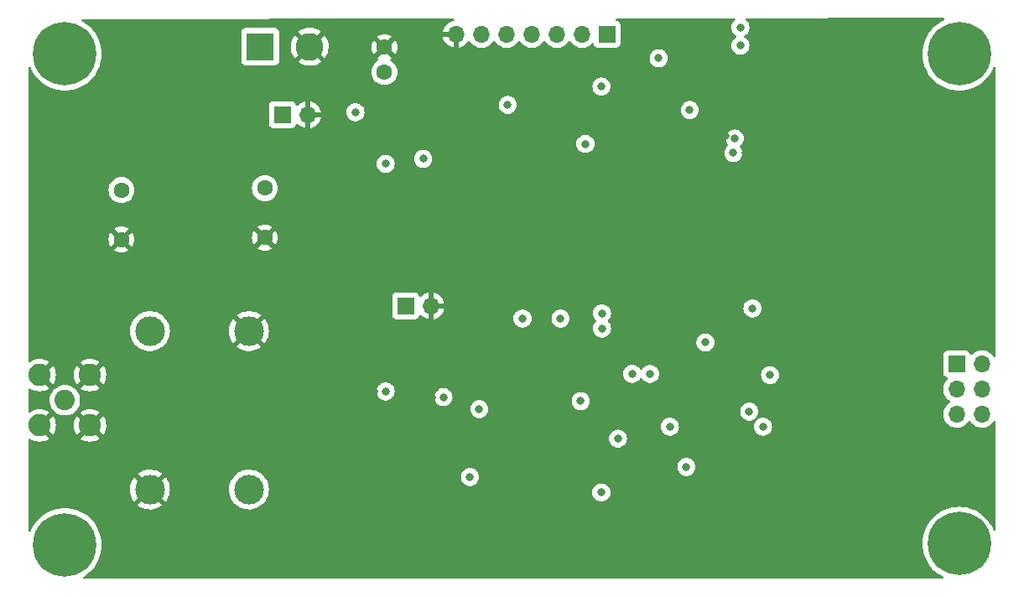
<source format=gbr>
%TF.GenerationSoftware,KiCad,Pcbnew,(6.0.9)*%
%TF.CreationDate,2023-05-20T11:21:48+02:00*%
%TF.ProjectId,sdrt41,73647274-3431-42e6-9b69-6361645f7063,rev?*%
%TF.SameCoordinates,Original*%
%TF.FileFunction,Copper,L2,Inr*%
%TF.FilePolarity,Positive*%
%FSLAX46Y46*%
G04 Gerber Fmt 4.6, Leading zero omitted, Abs format (unit mm)*
G04 Created by KiCad (PCBNEW (6.0.9)) date 2023-05-20 11:21:48*
%MOMM*%
%LPD*%
G01*
G04 APERTURE LIST*
%TA.AperFunction,ComponentPad*%
%ADD10C,0.800000*%
%TD*%
%TA.AperFunction,ComponentPad*%
%ADD11C,6.400000*%
%TD*%
%TA.AperFunction,ComponentPad*%
%ADD12C,2.050000*%
%TD*%
%TA.AperFunction,ComponentPad*%
%ADD13C,2.250000*%
%TD*%
%TA.AperFunction,ComponentPad*%
%ADD14C,1.600000*%
%TD*%
%TA.AperFunction,ComponentPad*%
%ADD15R,1.700000X1.700000*%
%TD*%
%TA.AperFunction,ComponentPad*%
%ADD16O,1.700000X1.700000*%
%TD*%
%TA.AperFunction,ComponentPad*%
%ADD17R,2.800000X2.800000*%
%TD*%
%TA.AperFunction,ComponentPad*%
%ADD18C,2.800000*%
%TD*%
%TA.AperFunction,ComponentPad*%
%ADD19C,3.000000*%
%TD*%
%TA.AperFunction,ViaPad*%
%ADD20C,0.800000*%
%TD*%
G04 APERTURE END LIST*
D10*
%TO.N,unconnected-(H1-Pad1)*%
%TO.C,H1*%
X116920944Y-69197056D03*
X121018000Y-67500000D03*
X120315056Y-65802944D03*
X120315056Y-69197056D03*
D11*
X118618000Y-67500000D03*
D10*
X118618000Y-65100000D03*
X116920944Y-65802944D03*
X118618000Y-69900000D03*
X116218000Y-67500000D03*
%TD*%
D12*
%TO.N,Net-(J2-Pad1)*%
%TO.C,J2*%
X28321000Y-102489000D03*
D13*
%TO.N,GND*%
X30861000Y-105029000D03*
X30861000Y-99949000D03*
X25781000Y-105029000D03*
X25781000Y-99949000D03*
%TD*%
D14*
%TO.N,+3V3*%
%TO.C,C4*%
X60579000Y-69342000D03*
%TO.N,GND*%
X60579000Y-66842000D03*
%TD*%
D10*
%TO.N,unconnected-(H4-Pad1)*%
%TO.C,H4*%
X26623944Y-69197056D03*
X30018056Y-69197056D03*
X30018056Y-65802944D03*
X26623944Y-65802944D03*
X28321000Y-69900000D03*
X30721000Y-67500000D03*
X28321000Y-65100000D03*
X25921000Y-67500000D03*
D11*
X28321000Y-67500000D03*
%TD*%
D14*
%TO.N,+12V*%
%TO.C,C1*%
X48514000Y-81066000D03*
%TO.N,GND*%
X48514000Y-86066000D03*
%TD*%
D15*
%TO.N,SDA2*%
%TO.C,J5*%
X83058000Y-65532000D03*
D16*
%TO.N,SCL2*%
X80518000Y-65532000D03*
%TO.N,SDA3*%
X77978000Y-65532000D03*
%TO.N,SCL3*%
X75438000Y-65532000D03*
%TO.N,SDA*%
X72898000Y-65532000D03*
%TO.N,SCL*%
X70358000Y-65532000D03*
%TO.N,GND*%
X67818000Y-65532000D03*
%TD*%
D17*
%TO.N,+12V*%
%TO.C,J1*%
X48046000Y-66782000D03*
D18*
%TO.N,GND*%
X53046000Y-66782000D03*
%TD*%
D19*
%TO.N,Net-(J2-Pad1)*%
%TO.C,T1*%
X36910000Y-95505000D03*
%TO.N,GND*%
X36910000Y-111505000D03*
X46910000Y-95505000D03*
%TO.N,Net-(C6-Pad1)*%
X46910000Y-111505000D03*
%TD*%
D14*
%TO.N,+5V*%
%TO.C,C3*%
X34036000Y-81269200D03*
%TO.N,GND*%
X34036000Y-86269200D03*
%TD*%
D15*
%TO.N,/Q+*%
%TO.C,J6*%
X118359000Y-98821000D03*
D16*
%TO.N,/Q-*%
X120899000Y-98821000D03*
%TO.N,Net-(J6-Pad3)*%
X118359000Y-101361000D03*
X120899000Y-101361000D03*
%TO.N,/I-*%
X118359000Y-103901000D03*
%TO.N,/I+*%
X120899000Y-103901000D03*
%TD*%
D15*
%TO.N,+5V*%
%TO.C,J3*%
X50292000Y-73660000D03*
D16*
%TO.N,GND*%
X52832000Y-73660000D03*
%TD*%
D15*
%TO.N,RX-TX*%
%TO.C,J4*%
X62733000Y-92964000D03*
D16*
%TO.N,GND*%
X65273000Y-92964000D03*
%TD*%
D10*
%TO.N,unconnected-(H2-Pad1)*%
%TO.C,H2*%
X118618000Y-114567000D03*
X118618000Y-119367000D03*
X116920944Y-118664056D03*
X121018000Y-116967000D03*
X116218000Y-116967000D03*
D11*
X118618000Y-116967000D03*
D10*
X116920944Y-115269944D03*
X120315056Y-115269944D03*
X120315056Y-118664056D03*
%TD*%
%TO.N,unconnected-(H3-Pad1)*%
%TO.C,H3*%
X25921000Y-117094000D03*
X30721000Y-117094000D03*
X30018056Y-118791056D03*
X26623944Y-118791056D03*
X30018056Y-115396944D03*
X28321000Y-119494000D03*
X26623944Y-115396944D03*
D11*
X28321000Y-117094000D03*
D10*
X28321000Y-114694000D03*
%TD*%
D20*
%TO.N,SDA1*%
X88265000Y-67945000D03*
X96520000Y-66675000D03*
%TO.N,+3V3*%
X96520000Y-64850000D03*
X91414500Y-73180891D03*
X73025000Y-72667500D03*
%TO.N,GND*%
X87630000Y-81280000D03*
X73660000Y-118110000D03*
X60960000Y-90170000D03*
X107315000Y-113030000D03*
X88900000Y-112600000D03*
X119380000Y-87630000D03*
X91440000Y-64770000D03*
X69850000Y-81280000D03*
X99060000Y-78740000D03*
X73660000Y-83820000D03*
X101803200Y-93751400D03*
X86766400Y-75234800D03*
X38100000Y-118110000D03*
X68580000Y-118110000D03*
X62230000Y-83820000D03*
X96520000Y-87630000D03*
X75692000Y-67818000D03*
X26670000Y-86360000D03*
X32385000Y-90170000D03*
X76200000Y-118110000D03*
X107950000Y-87630000D03*
X48260000Y-118110000D03*
X55880000Y-118110000D03*
X79756000Y-98679000D03*
X26670000Y-90170000D03*
X115570000Y-87630000D03*
X91694000Y-78740000D03*
X80645000Y-88900000D03*
X59512200Y-101600000D03*
X45085000Y-90170000D03*
X64770000Y-83820000D03*
X59690000Y-83820000D03*
X42545000Y-90170000D03*
X65405000Y-102184200D03*
X86766400Y-69088000D03*
X31750000Y-110490000D03*
X113030000Y-64770000D03*
X105537000Y-108966000D03*
X65913000Y-98679000D03*
X50800000Y-118110000D03*
X92710000Y-87630000D03*
X91287499Y-75184000D03*
X111760000Y-87630000D03*
X104013000Y-101158000D03*
X72898000Y-91694000D03*
X40005000Y-90170000D03*
X66040000Y-118110000D03*
X77470000Y-78740000D03*
X89316000Y-102550000D03*
X40640000Y-118110000D03*
X101600000Y-118110000D03*
X80137000Y-94234000D03*
X78740000Y-118110000D03*
X26670000Y-78740000D03*
X96520000Y-118110000D03*
X87630000Y-90805000D03*
X45720000Y-118110000D03*
X100330000Y-73660000D03*
X26670000Y-82550000D03*
X81280000Y-118110000D03*
X92541290Y-70513888D03*
X26670000Y-74930000D03*
X119380000Y-81280000D03*
X71120000Y-118110000D03*
X37465000Y-90170000D03*
X83820000Y-81280000D03*
X86360000Y-118110000D03*
X91440000Y-81280000D03*
X100330000Y-69850000D03*
X47625000Y-90170000D03*
X29845000Y-90170000D03*
X109220000Y-64770000D03*
X72390000Y-78740000D03*
X86360000Y-87630000D03*
X105410000Y-64770000D03*
X88900000Y-87630000D03*
X90382291Y-68989889D03*
X60960000Y-118110000D03*
X56515000Y-90170000D03*
X34925000Y-90170000D03*
X101600000Y-67310000D03*
X87630000Y-64770000D03*
X80010000Y-81280000D03*
X88900000Y-118110000D03*
X94234000Y-76708000D03*
X94869000Y-93218000D03*
X35560000Y-118110000D03*
X107569000Y-99822000D03*
X97028000Y-77470000D03*
X69850000Y-98679000D03*
X101600000Y-64770000D03*
X91440000Y-118110000D03*
X105537000Y-106934000D03*
X58293000Y-80518000D03*
X60706000Y-80518000D03*
X53975000Y-90170000D03*
X87884000Y-78740000D03*
X67310000Y-83820000D03*
X30988000Y-93599000D03*
X76200000Y-81280000D03*
X25400000Y-110617000D03*
X100330000Y-87630000D03*
X104775000Y-115570000D03*
X26670000Y-93726000D03*
X63500000Y-118110000D03*
X57150000Y-83820000D03*
X104140000Y-87630000D03*
X95250000Y-81280000D03*
X119380000Y-76200000D03*
X113919000Y-107950000D03*
X58420000Y-118110000D03*
X43053000Y-65913000D03*
X53340000Y-118110000D03*
X99060000Y-118110000D03*
X71120000Y-86360000D03*
X43180000Y-118110000D03*
X94996916Y-75784613D03*
X83820000Y-118110000D03*
X93980000Y-118110000D03*
X82550000Y-78740000D03*
X104140000Y-118110000D03*
%TO.N,+5V*%
X97741000Y-93218000D03*
X57658000Y-73406000D03*
X82550000Y-93726000D03*
%TO.N,+3V3*%
X60706000Y-78613000D03*
X64491000Y-78105000D03*
%TO.N,Clock*%
X95808800Y-77520800D03*
X66548000Y-102184200D03*
%TO.N,+12C*%
X84166000Y-106360000D03*
X82550000Y-95250000D03*
%TO.N,Net-(C27-Pad2)*%
X98806000Y-105156000D03*
X99507000Y-99949000D03*
%TO.N,Net-(R11-Pad1)*%
X80391000Y-102573500D03*
X78359000Y-94234000D03*
%TO.N,Clock1*%
X95961200Y-76047600D03*
X60706000Y-101600000D03*
%TO.N,Net-(C16-Pad2)*%
X70158880Y-103382080D03*
X69215000Y-110236000D03*
%TO.N,Net-(C23-Pad2)*%
X74525500Y-94234000D03*
X82484000Y-111797500D03*
%TO.N,Net-(R10-Pad1)*%
X89408000Y-105156000D03*
X87399500Y-99822000D03*
%TO.N,Net-(R14-Pad1)*%
X85598000Y-99822000D03*
X91059000Y-109220000D03*
%TO.N,Net-(R27-Pad2)*%
X92987500Y-96647000D03*
X97409000Y-103632000D03*
%TO.N,Net-(JP1-Pad1)*%
X80873600Y-76606400D03*
X82499200Y-70815200D03*
%TD*%
%TA.AperFunction,Conductor*%
%TO.N,GND*%
G36*
X117079545Y-63908876D02*
G01*
X117126107Y-63962472D01*
X117136301Y-64032733D01*
X117106892Y-64097352D01*
X117068764Y-64127229D01*
X116764147Y-64282439D01*
X116764140Y-64282443D01*
X116761206Y-64283938D01*
X116758440Y-64285734D01*
X116758437Y-64285736D01*
X116610800Y-64381612D01*
X116435207Y-64495643D01*
X116363257Y-64553907D01*
X116177147Y-64704617D01*
X116133124Y-64740266D01*
X115858266Y-65015124D01*
X115856194Y-65017682D01*
X115856191Y-65017686D01*
X115766772Y-65128109D01*
X115613643Y-65317207D01*
X115611848Y-65319970D01*
X115611848Y-65319971D01*
X115405857Y-65637172D01*
X115401938Y-65643206D01*
X115400443Y-65646140D01*
X115400439Y-65646147D01*
X115318885Y-65806206D01*
X115225468Y-65989547D01*
X115086167Y-66352438D01*
X114985562Y-66727901D01*
X114960590Y-66885567D01*
X114930613Y-67074834D01*
X114924754Y-67111824D01*
X114904411Y-67500000D01*
X114924754Y-67888176D01*
X114925267Y-67891416D01*
X114925268Y-67891424D01*
X114946980Y-68028502D01*
X114985562Y-68272099D01*
X115086167Y-68647562D01*
X115087352Y-68650650D01*
X115087353Y-68650652D01*
X115121191Y-68738803D01*
X115225468Y-69010453D01*
X115226966Y-69013393D01*
X115397190Y-69347475D01*
X115401938Y-69356794D01*
X115403734Y-69359560D01*
X115403736Y-69359563D01*
X115540451Y-69570087D01*
X115613643Y-69682793D01*
X115858266Y-69984876D01*
X116133124Y-70259734D01*
X116135682Y-70261806D01*
X116135686Y-70261809D01*
X116284166Y-70382046D01*
X116435207Y-70504357D01*
X116437970Y-70506152D01*
X116437971Y-70506152D01*
X116635024Y-70634119D01*
X116761205Y-70716062D01*
X116764139Y-70717557D01*
X116764146Y-70717561D01*
X116955774Y-70815200D01*
X117107547Y-70892532D01*
X117470438Y-71031833D01*
X117845901Y-71132438D01*
X118049793Y-71164732D01*
X118226576Y-71192732D01*
X118226584Y-71192733D01*
X118229824Y-71193246D01*
X118618000Y-71213589D01*
X119006176Y-71193246D01*
X119009416Y-71192733D01*
X119009424Y-71192732D01*
X119186207Y-71164732D01*
X119390099Y-71132438D01*
X119765562Y-71031833D01*
X120128453Y-70892532D01*
X120280226Y-70815200D01*
X120471854Y-70717561D01*
X120471861Y-70717557D01*
X120474795Y-70716062D01*
X120600977Y-70634119D01*
X120798029Y-70506152D01*
X120798030Y-70506152D01*
X120800793Y-70504357D01*
X120951834Y-70382046D01*
X121100314Y-70261809D01*
X121100318Y-70261806D01*
X121102876Y-70259734D01*
X121377734Y-69984876D01*
X121622357Y-69682793D01*
X121695549Y-69570087D01*
X121832264Y-69359563D01*
X121832266Y-69359560D01*
X121834062Y-69356794D01*
X121838811Y-69347475D01*
X122009034Y-69013393D01*
X122010532Y-69010453D01*
X122056869Y-68889741D01*
X122099955Y-68833313D01*
X122166708Y-68809136D01*
X122235935Y-68824887D01*
X122285657Y-68875565D01*
X122300500Y-68934895D01*
X122300500Y-98059483D01*
X122280498Y-98127604D01*
X122226842Y-98174097D01*
X122156568Y-98184201D01*
X122091988Y-98154707D01*
X122068708Y-98127923D01*
X121981822Y-97993617D01*
X121981820Y-97993614D01*
X121979014Y-97989277D01*
X121828670Y-97824051D01*
X121824619Y-97820852D01*
X121824615Y-97820848D01*
X121657414Y-97688800D01*
X121657410Y-97688798D01*
X121653359Y-97685598D01*
X121457789Y-97577638D01*
X121452920Y-97575914D01*
X121452916Y-97575912D01*
X121252087Y-97504795D01*
X121252083Y-97504794D01*
X121247212Y-97503069D01*
X121242119Y-97502162D01*
X121242116Y-97502161D01*
X121032373Y-97464800D01*
X121032367Y-97464799D01*
X121027284Y-97463894D01*
X120953452Y-97462992D01*
X120809081Y-97461228D01*
X120809079Y-97461228D01*
X120803911Y-97461165D01*
X120583091Y-97494955D01*
X120370756Y-97564357D01*
X120172607Y-97667507D01*
X120168474Y-97670610D01*
X120168471Y-97670612D01*
X119998100Y-97798530D01*
X119993965Y-97801635D01*
X119937537Y-97860684D01*
X119913283Y-97886064D01*
X119851759Y-97921494D01*
X119780846Y-97918037D01*
X119723060Y-97876791D01*
X119704207Y-97843243D01*
X119662767Y-97732703D01*
X119659615Y-97724295D01*
X119572261Y-97607739D01*
X119455705Y-97520385D01*
X119319316Y-97469255D01*
X119257134Y-97462500D01*
X117460866Y-97462500D01*
X117398684Y-97469255D01*
X117262295Y-97520385D01*
X117145739Y-97607739D01*
X117058385Y-97724295D01*
X117007255Y-97860684D01*
X117000500Y-97922866D01*
X117000500Y-99719134D01*
X117007255Y-99781316D01*
X117058385Y-99917705D01*
X117145739Y-100034261D01*
X117262295Y-100121615D01*
X117270704Y-100124767D01*
X117270705Y-100124768D01*
X117379451Y-100165535D01*
X117436216Y-100208176D01*
X117460916Y-100274738D01*
X117445709Y-100344087D01*
X117426316Y-100370568D01*
X117299629Y-100503138D01*
X117173743Y-100687680D01*
X117156791Y-100724201D01*
X117094916Y-100857500D01*
X117079688Y-100890305D01*
X117019989Y-101105570D01*
X116996251Y-101327695D01*
X116996548Y-101332848D01*
X116996548Y-101332851D01*
X117008812Y-101545547D01*
X117009110Y-101550715D01*
X117010247Y-101555761D01*
X117010248Y-101555767D01*
X117029761Y-101642348D01*
X117058222Y-101768639D01*
X117142266Y-101975616D01*
X117179610Y-102036556D01*
X117256291Y-102161688D01*
X117258987Y-102166088D01*
X117405250Y-102334938D01*
X117481846Y-102398529D01*
X117566481Y-102468794D01*
X117577126Y-102477632D01*
X117635793Y-102511914D01*
X117650445Y-102520476D01*
X117699169Y-102572114D01*
X117712240Y-102641897D01*
X117685509Y-102707669D01*
X117645055Y-102741027D01*
X117632607Y-102747507D01*
X117628474Y-102750610D01*
X117628471Y-102750612D01*
X117458100Y-102878530D01*
X117453965Y-102881635D01*
X117450393Y-102885373D01*
X117324790Y-103016809D01*
X117299629Y-103043138D01*
X117296720Y-103047403D01*
X117296714Y-103047411D01*
X117253716Y-103110444D01*
X117173743Y-103227680D01*
X117158535Y-103260444D01*
X117088059Y-103412272D01*
X117079688Y-103430305D01*
X117019989Y-103645570D01*
X116996251Y-103867695D01*
X116996548Y-103872848D01*
X116996548Y-103872851D01*
X117005428Y-104026854D01*
X117009110Y-104090715D01*
X117010247Y-104095761D01*
X117010248Y-104095767D01*
X117027845Y-104173846D01*
X117058222Y-104308639D01*
X117081060Y-104364882D01*
X117136805Y-104502166D01*
X117142266Y-104515616D01*
X117193942Y-104599944D01*
X117256291Y-104701688D01*
X117258987Y-104706088D01*
X117405250Y-104874938D01*
X117577126Y-105017632D01*
X117770000Y-105130338D01*
X117978692Y-105210030D01*
X117983760Y-105211061D01*
X117983763Y-105211062D01*
X118091017Y-105232883D01*
X118197597Y-105254567D01*
X118202772Y-105254757D01*
X118202774Y-105254757D01*
X118415673Y-105262564D01*
X118415677Y-105262564D01*
X118420837Y-105262753D01*
X118425957Y-105262097D01*
X118425959Y-105262097D01*
X118637288Y-105235025D01*
X118637289Y-105235025D01*
X118642416Y-105234368D01*
X118647366Y-105232883D01*
X118851429Y-105171661D01*
X118851434Y-105171659D01*
X118856384Y-105170174D01*
X119056994Y-105071896D01*
X119238860Y-104942173D01*
X119397096Y-104784489D01*
X119456594Y-104701689D01*
X119527453Y-104603077D01*
X119528776Y-104604028D01*
X119575645Y-104560857D01*
X119645580Y-104548625D01*
X119711026Y-104576144D01*
X119738875Y-104607994D01*
X119798987Y-104706088D01*
X119945250Y-104874938D01*
X120117126Y-105017632D01*
X120310000Y-105130338D01*
X120518692Y-105210030D01*
X120523760Y-105211061D01*
X120523763Y-105211062D01*
X120631017Y-105232883D01*
X120737597Y-105254567D01*
X120742772Y-105254757D01*
X120742774Y-105254757D01*
X120955673Y-105262564D01*
X120955677Y-105262564D01*
X120960837Y-105262753D01*
X120965957Y-105262097D01*
X120965959Y-105262097D01*
X121177288Y-105235025D01*
X121177289Y-105235025D01*
X121182416Y-105234368D01*
X121187366Y-105232883D01*
X121391429Y-105171661D01*
X121391434Y-105171659D01*
X121396384Y-105170174D01*
X121596994Y-105071896D01*
X121778860Y-104942173D01*
X121937096Y-104784489D01*
X121996594Y-104701689D01*
X122064433Y-104607280D01*
X122064434Y-104607279D01*
X122067453Y-104603077D01*
X122067553Y-104602875D01*
X122118721Y-104555759D01*
X122188658Y-104543538D01*
X122254100Y-104571068D01*
X122294269Y-104629607D01*
X122300500Y-104668740D01*
X122300500Y-115532105D01*
X122280498Y-115600226D01*
X122226842Y-115646719D01*
X122156568Y-115656823D01*
X122091988Y-115627329D01*
X122056869Y-115577259D01*
X122011716Y-115459632D01*
X122010532Y-115456547D01*
X122009034Y-115453607D01*
X121835561Y-115113147D01*
X121835557Y-115113140D01*
X121834062Y-115110206D01*
X121622357Y-114784207D01*
X121377734Y-114482124D01*
X121102876Y-114207266D01*
X120800793Y-113962643D01*
X120673127Y-113879736D01*
X120477564Y-113752736D01*
X120477561Y-113752734D01*
X120474795Y-113750938D01*
X120471861Y-113749443D01*
X120471854Y-113749439D01*
X120131393Y-113575966D01*
X120128453Y-113574468D01*
X119765562Y-113435167D01*
X119390099Y-113334562D01*
X119186207Y-113302268D01*
X119009424Y-113274268D01*
X119009416Y-113274267D01*
X119006176Y-113273754D01*
X118618000Y-113253411D01*
X118229824Y-113273754D01*
X118226584Y-113274267D01*
X118226576Y-113274268D01*
X118049793Y-113302268D01*
X117845901Y-113334562D01*
X117470438Y-113435167D01*
X117107547Y-113574468D01*
X117104607Y-113575966D01*
X116764147Y-113749439D01*
X116764140Y-113749443D01*
X116761206Y-113750938D01*
X116435207Y-113962643D01*
X116133124Y-114207266D01*
X115858266Y-114482124D01*
X115613643Y-114784207D01*
X115401938Y-115110206D01*
X115400443Y-115113140D01*
X115400439Y-115113147D01*
X115226966Y-115453607D01*
X115225468Y-115456547D01*
X115086167Y-115819438D01*
X114985562Y-116194901D01*
X114924754Y-116578824D01*
X114904411Y-116967000D01*
X114924754Y-117355176D01*
X114985562Y-117739099D01*
X115086167Y-118114562D01*
X115087352Y-118117650D01*
X115087353Y-118117652D01*
X115134918Y-118241562D01*
X115225468Y-118477453D01*
X115401938Y-118823794D01*
X115613643Y-119149793D01*
X115858266Y-119451876D01*
X116133124Y-119726734D01*
X116435207Y-119971357D01*
X116761205Y-120183062D01*
X116764139Y-120184557D01*
X116764146Y-120184561D01*
X116959764Y-120284233D01*
X117011379Y-120332981D01*
X117028445Y-120401896D01*
X117005544Y-120469098D01*
X116949947Y-120513250D01*
X116902561Y-120522500D01*
X30276038Y-120522500D01*
X30207917Y-120502498D01*
X30161424Y-120448842D01*
X30151320Y-120378568D01*
X30180814Y-120313988D01*
X30207414Y-120290827D01*
X30501029Y-120100152D01*
X30501030Y-120100152D01*
X30503793Y-120098357D01*
X30805876Y-119853734D01*
X31080734Y-119578876D01*
X31325357Y-119276793D01*
X31537062Y-118950794D01*
X31603271Y-118820853D01*
X31712034Y-118607393D01*
X31713532Y-118604453D01*
X31852833Y-118241562D01*
X31953438Y-117866099D01*
X32014246Y-117482176D01*
X32034589Y-117094000D01*
X32014246Y-116705824D01*
X31953438Y-116321901D01*
X31852833Y-115946438D01*
X31805308Y-115822630D01*
X31714716Y-115586632D01*
X31713532Y-115583547D01*
X31537062Y-115237206D01*
X31325357Y-114911207D01*
X31080734Y-114609124D01*
X30805876Y-114334266D01*
X30503793Y-114089643D01*
X30177795Y-113877938D01*
X30174861Y-113876443D01*
X30174854Y-113876439D01*
X29834393Y-113702966D01*
X29831453Y-113701468D01*
X29468562Y-113562167D01*
X29093099Y-113461562D01*
X28889207Y-113429268D01*
X28712424Y-113401268D01*
X28712416Y-113401267D01*
X28709176Y-113400754D01*
X28321000Y-113380411D01*
X27932824Y-113400754D01*
X27929584Y-113401267D01*
X27929576Y-113401268D01*
X27752793Y-113429268D01*
X27548901Y-113461562D01*
X27173438Y-113562167D01*
X26810547Y-113701468D01*
X26807607Y-113702966D01*
X26467147Y-113876439D01*
X26467140Y-113876443D01*
X26464206Y-113877938D01*
X26138207Y-114089643D01*
X25836124Y-114334266D01*
X25561266Y-114609124D01*
X25316643Y-114911207D01*
X25104938Y-115237206D01*
X24928468Y-115583547D01*
X24927284Y-115586632D01*
X24882131Y-115704259D01*
X24839045Y-115760687D01*
X24772292Y-115784864D01*
X24703065Y-115769113D01*
X24653343Y-115718435D01*
X24638500Y-115659105D01*
X24638500Y-113094654D01*
X35685618Y-113094654D01*
X35692673Y-113104627D01*
X35723679Y-113130551D01*
X35730598Y-113135579D01*
X35955272Y-113276515D01*
X35962807Y-113280556D01*
X36204520Y-113389694D01*
X36212551Y-113392680D01*
X36466832Y-113468002D01*
X36475184Y-113469869D01*
X36737340Y-113509984D01*
X36745874Y-113510700D01*
X37011045Y-113514867D01*
X37019596Y-113514418D01*
X37282883Y-113482557D01*
X37291284Y-113480955D01*
X37547824Y-113413653D01*
X37555926Y-113410926D01*
X37800949Y-113309434D01*
X37808617Y-113305628D01*
X38037598Y-113171822D01*
X38044679Y-113167009D01*
X38124655Y-113104301D01*
X38133125Y-113092442D01*
X38126608Y-113080818D01*
X36922812Y-111877022D01*
X36908868Y-111869408D01*
X36907035Y-111869539D01*
X36900420Y-111873790D01*
X35692910Y-113081300D01*
X35685618Y-113094654D01*
X24638500Y-113094654D01*
X24638500Y-111488204D01*
X34897665Y-111488204D01*
X34912932Y-111752969D01*
X34914005Y-111761470D01*
X34965065Y-112021722D01*
X34967276Y-112029974D01*
X35053184Y-112280894D01*
X35056499Y-112288779D01*
X35175664Y-112525713D01*
X35180020Y-112533079D01*
X35309347Y-112721250D01*
X35319601Y-112729594D01*
X35333342Y-112722448D01*
X36537978Y-111517812D01*
X36544356Y-111506132D01*
X37274408Y-111506132D01*
X37274539Y-111507965D01*
X37278790Y-111514580D01*
X38485730Y-112721520D01*
X38497939Y-112728187D01*
X38509439Y-112719497D01*
X38606831Y-112586913D01*
X38611418Y-112579685D01*
X38737962Y-112346621D01*
X38741530Y-112338827D01*
X38835271Y-112090750D01*
X38837748Y-112082544D01*
X38896954Y-111824038D01*
X38898294Y-111815577D01*
X38922031Y-111549616D01*
X38922277Y-111544677D01*
X38922666Y-111507485D01*
X38922523Y-111502519D01*
X38921255Y-111483918D01*
X44896917Y-111483918D01*
X44912682Y-111757320D01*
X44913507Y-111761525D01*
X44913508Y-111761533D01*
X44934698Y-111869539D01*
X44965405Y-112026053D01*
X44966792Y-112030103D01*
X44966793Y-112030108D01*
X44987605Y-112090895D01*
X45054112Y-112285144D01*
X45177160Y-112529799D01*
X45179586Y-112533328D01*
X45179589Y-112533334D01*
X45308741Y-112721250D01*
X45332274Y-112755490D01*
X45516582Y-112958043D01*
X45726675Y-113133707D01*
X45730316Y-113135991D01*
X45955024Y-113276951D01*
X45955028Y-113276953D01*
X45958664Y-113279234D01*
X46026544Y-113309883D01*
X46204345Y-113390164D01*
X46204349Y-113390166D01*
X46208257Y-113391930D01*
X46239782Y-113401268D01*
X46466723Y-113468491D01*
X46466727Y-113468492D01*
X46470836Y-113469709D01*
X46475070Y-113470357D01*
X46475075Y-113470358D01*
X46737298Y-113510483D01*
X46737300Y-113510483D01*
X46741540Y-113511132D01*
X46880912Y-113513322D01*
X47011071Y-113515367D01*
X47011077Y-113515367D01*
X47015362Y-113515434D01*
X47287235Y-113482534D01*
X47552127Y-113413041D01*
X47556087Y-113411401D01*
X47556092Y-113411399D01*
X47739527Y-113335417D01*
X47805136Y-113308241D01*
X48041582Y-113170073D01*
X48257089Y-113001094D01*
X48298809Y-112958043D01*
X48444686Y-112807509D01*
X48447669Y-112804431D01*
X48450202Y-112800983D01*
X48450206Y-112800978D01*
X48607257Y-112587178D01*
X48609795Y-112583723D01*
X48611841Y-112579955D01*
X48738418Y-112346830D01*
X48738419Y-112346828D01*
X48740468Y-112343054D01*
X48837269Y-112086877D01*
X48898407Y-111819933D01*
X48899824Y-111804065D01*
X48900410Y-111797500D01*
X81570496Y-111797500D01*
X81571186Y-111804065D01*
X81578068Y-111869539D01*
X81590458Y-111987428D01*
X81649473Y-112169056D01*
X81744960Y-112334444D01*
X81872747Y-112476366D01*
X81971843Y-112548364D01*
X82020511Y-112583723D01*
X82027248Y-112588618D01*
X82033276Y-112591302D01*
X82033278Y-112591303D01*
X82195681Y-112663609D01*
X82201712Y-112666294D01*
X82295112Y-112686147D01*
X82382056Y-112704628D01*
X82382061Y-112704628D01*
X82388513Y-112706000D01*
X82579487Y-112706000D01*
X82585939Y-112704628D01*
X82585944Y-112704628D01*
X82672888Y-112686147D01*
X82766288Y-112666294D01*
X82772319Y-112663609D01*
X82934722Y-112591303D01*
X82934724Y-112591302D01*
X82940752Y-112588618D01*
X82947490Y-112583723D01*
X82996157Y-112548364D01*
X83095253Y-112476366D01*
X83223040Y-112334444D01*
X83318527Y-112169056D01*
X83377542Y-111987428D01*
X83389933Y-111869539D01*
X83396814Y-111804065D01*
X83397504Y-111797500D01*
X83377542Y-111607572D01*
X83318527Y-111425944D01*
X83223040Y-111260556D01*
X83201041Y-111236123D01*
X83099675Y-111123545D01*
X83099674Y-111123544D01*
X83095253Y-111118634D01*
X82940752Y-111006382D01*
X82934724Y-111003698D01*
X82934722Y-111003697D01*
X82772319Y-110931391D01*
X82772318Y-110931391D01*
X82766288Y-110928706D01*
X82672888Y-110908853D01*
X82585944Y-110890372D01*
X82585939Y-110890372D01*
X82579487Y-110889000D01*
X82388513Y-110889000D01*
X82382061Y-110890372D01*
X82382056Y-110890372D01*
X82295112Y-110908853D01*
X82201712Y-110928706D01*
X82195682Y-110931391D01*
X82195681Y-110931391D01*
X82033278Y-111003697D01*
X82033276Y-111003698D01*
X82027248Y-111006382D01*
X81872747Y-111118634D01*
X81868326Y-111123544D01*
X81868325Y-111123545D01*
X81766960Y-111236123D01*
X81744960Y-111260556D01*
X81649473Y-111425944D01*
X81590458Y-111607572D01*
X81570496Y-111797500D01*
X48900410Y-111797500D01*
X48922531Y-111549627D01*
X48922532Y-111549616D01*
X48922751Y-111547161D01*
X48923193Y-111505000D01*
X48917804Y-111425944D01*
X48904859Y-111236055D01*
X48904858Y-111236049D01*
X48904567Y-111231778D01*
X48849032Y-110963612D01*
X48757617Y-110705465D01*
X48632013Y-110462112D01*
X48622040Y-110447921D01*
X48477008Y-110241562D01*
X48474545Y-110238057D01*
X48472634Y-110236000D01*
X68301496Y-110236000D01*
X68302186Y-110242565D01*
X68306230Y-110281037D01*
X68321458Y-110425928D01*
X68380473Y-110607556D01*
X68475960Y-110772944D01*
X68480378Y-110777851D01*
X68480379Y-110777852D01*
X68599325Y-110909955D01*
X68603747Y-110914866D01*
X68758248Y-111027118D01*
X68764276Y-111029802D01*
X68764278Y-111029803D01*
X68926681Y-111102109D01*
X68932712Y-111104794D01*
X68997824Y-111118634D01*
X69113056Y-111143128D01*
X69113061Y-111143128D01*
X69119513Y-111144500D01*
X69310487Y-111144500D01*
X69316939Y-111143128D01*
X69316944Y-111143128D01*
X69432176Y-111118634D01*
X69497288Y-111104794D01*
X69503319Y-111102109D01*
X69665722Y-111029803D01*
X69665724Y-111029802D01*
X69671752Y-111027118D01*
X69826253Y-110914866D01*
X69830675Y-110909955D01*
X69949621Y-110777852D01*
X69949622Y-110777851D01*
X69954040Y-110772944D01*
X70049527Y-110607556D01*
X70108542Y-110425928D01*
X70123771Y-110281037D01*
X70127814Y-110242565D01*
X70128504Y-110236000D01*
X70126679Y-110218633D01*
X70109232Y-110052635D01*
X70109232Y-110052633D01*
X70108542Y-110046072D01*
X70049527Y-109864444D01*
X69954040Y-109699056D01*
X69870204Y-109605946D01*
X69830675Y-109562045D01*
X69830674Y-109562044D01*
X69826253Y-109557134D01*
X69671752Y-109444882D01*
X69665724Y-109442198D01*
X69665722Y-109442197D01*
X69503319Y-109369891D01*
X69503318Y-109369891D01*
X69497288Y-109367206D01*
X69403888Y-109347353D01*
X69316944Y-109328872D01*
X69316939Y-109328872D01*
X69310487Y-109327500D01*
X69119513Y-109327500D01*
X69113061Y-109328872D01*
X69113056Y-109328872D01*
X69026113Y-109347353D01*
X68932712Y-109367206D01*
X68926682Y-109369891D01*
X68926681Y-109369891D01*
X68764278Y-109442197D01*
X68764276Y-109442198D01*
X68758248Y-109444882D01*
X68603747Y-109557134D01*
X68599326Y-109562044D01*
X68599325Y-109562045D01*
X68559797Y-109605946D01*
X68475960Y-109699056D01*
X68380473Y-109864444D01*
X68321458Y-110046072D01*
X68320768Y-110052633D01*
X68320768Y-110052635D01*
X68303321Y-110218633D01*
X68301496Y-110236000D01*
X48472634Y-110236000D01*
X48404466Y-110162643D01*
X48291046Y-110040588D01*
X48291043Y-110040585D01*
X48288125Y-110037445D01*
X48284810Y-110034731D01*
X48284806Y-110034728D01*
X48079523Y-109866706D01*
X48076205Y-109863990D01*
X47842704Y-109720901D01*
X47838768Y-109719173D01*
X47595873Y-109612549D01*
X47595869Y-109612548D01*
X47591945Y-109610825D01*
X47328566Y-109535800D01*
X47324324Y-109535196D01*
X47324318Y-109535195D01*
X47123834Y-109506662D01*
X47057443Y-109497213D01*
X46913589Y-109496460D01*
X46787877Y-109495802D01*
X46787871Y-109495802D01*
X46783591Y-109495780D01*
X46779347Y-109496339D01*
X46779343Y-109496339D01*
X46660302Y-109512011D01*
X46512078Y-109531525D01*
X46507938Y-109532658D01*
X46507936Y-109532658D01*
X46435008Y-109552609D01*
X46247928Y-109603788D01*
X46243980Y-109605472D01*
X45999982Y-109709546D01*
X45999978Y-109709548D01*
X45996030Y-109711232D01*
X45911450Y-109761852D01*
X45764725Y-109849664D01*
X45764721Y-109849667D01*
X45761043Y-109851868D01*
X45547318Y-110023094D01*
X45358808Y-110221742D01*
X45199002Y-110444136D01*
X45070857Y-110686161D01*
X45069385Y-110690184D01*
X45069383Y-110690188D01*
X44988959Y-110909955D01*
X44976743Y-110943337D01*
X44918404Y-111210907D01*
X44896917Y-111483918D01*
X38921255Y-111483918D01*
X38904362Y-111236123D01*
X38903201Y-111227649D01*
X38849419Y-110967944D01*
X38847120Y-110959709D01*
X38758588Y-110709705D01*
X38755191Y-110701854D01*
X38633550Y-110466178D01*
X38629122Y-110458866D01*
X38510031Y-110289417D01*
X38499509Y-110281037D01*
X38486121Y-110288089D01*
X37282022Y-111492188D01*
X37274408Y-111506132D01*
X36544356Y-111506132D01*
X36545592Y-111503868D01*
X36545461Y-111502035D01*
X36541210Y-111495420D01*
X35333814Y-110288024D01*
X35321804Y-110281466D01*
X35310064Y-110290434D01*
X35201935Y-110440911D01*
X35197418Y-110448196D01*
X35073325Y-110682567D01*
X35069839Y-110690395D01*
X34978700Y-110939446D01*
X34976311Y-110947670D01*
X34919812Y-111206795D01*
X34918563Y-111215250D01*
X34897754Y-111479653D01*
X34897665Y-111488204D01*
X24638500Y-111488204D01*
X24638500Y-109917500D01*
X35686584Y-109917500D01*
X35692980Y-109928770D01*
X36897188Y-111132978D01*
X36911132Y-111140592D01*
X36912965Y-111140461D01*
X36919580Y-111136210D01*
X38126604Y-109929186D01*
X38133795Y-109916017D01*
X38126473Y-109905780D01*
X38079233Y-109867115D01*
X38072261Y-109862160D01*
X37846122Y-109723582D01*
X37838552Y-109719624D01*
X37595704Y-109613022D01*
X37587644Y-109610120D01*
X37332592Y-109537467D01*
X37324214Y-109535685D01*
X37061656Y-109498318D01*
X37053111Y-109497691D01*
X36787908Y-109496302D01*
X36779374Y-109496839D01*
X36516433Y-109531456D01*
X36508035Y-109533149D01*
X36252238Y-109603127D01*
X36244143Y-109605946D01*
X36000199Y-109709997D01*
X35992577Y-109713881D01*
X35765013Y-109850075D01*
X35757981Y-109854962D01*
X35695053Y-109905377D01*
X35686584Y-109917500D01*
X24638500Y-109917500D01*
X24638500Y-109220000D01*
X90145496Y-109220000D01*
X90146186Y-109226565D01*
X90160824Y-109365834D01*
X90165458Y-109409928D01*
X90224473Y-109591556D01*
X90227776Y-109597278D01*
X90227777Y-109597279D01*
X90235191Y-109610120D01*
X90319960Y-109756944D01*
X90324378Y-109761851D01*
X90324379Y-109761852D01*
X90416753Y-109864444D01*
X90447747Y-109898866D01*
X90602248Y-110011118D01*
X90608276Y-110013802D01*
X90608278Y-110013803D01*
X90680756Y-110046072D01*
X90776712Y-110088794D01*
X90870113Y-110108647D01*
X90957056Y-110127128D01*
X90957061Y-110127128D01*
X90963513Y-110128500D01*
X91154487Y-110128500D01*
X91160939Y-110127128D01*
X91160944Y-110127128D01*
X91247887Y-110108647D01*
X91341288Y-110088794D01*
X91437244Y-110046072D01*
X91509722Y-110013803D01*
X91509724Y-110013802D01*
X91515752Y-110011118D01*
X91670253Y-109898866D01*
X91701247Y-109864444D01*
X91793621Y-109761852D01*
X91793622Y-109761851D01*
X91798040Y-109756944D01*
X91882809Y-109610120D01*
X91890223Y-109597279D01*
X91890224Y-109597278D01*
X91893527Y-109591556D01*
X91952542Y-109409928D01*
X91957177Y-109365834D01*
X91971814Y-109226565D01*
X91972504Y-109220000D01*
X91952542Y-109030072D01*
X91893527Y-108848444D01*
X91798040Y-108683056D01*
X91670253Y-108541134D01*
X91515752Y-108428882D01*
X91509724Y-108426198D01*
X91509722Y-108426197D01*
X91347319Y-108353891D01*
X91347318Y-108353891D01*
X91341288Y-108351206D01*
X91247888Y-108331353D01*
X91160944Y-108312872D01*
X91160939Y-108312872D01*
X91154487Y-108311500D01*
X90963513Y-108311500D01*
X90957061Y-108312872D01*
X90957056Y-108312872D01*
X90870112Y-108331353D01*
X90776712Y-108351206D01*
X90770682Y-108353891D01*
X90770681Y-108353891D01*
X90608278Y-108426197D01*
X90608276Y-108426198D01*
X90602248Y-108428882D01*
X90447747Y-108541134D01*
X90319960Y-108683056D01*
X90224473Y-108848444D01*
X90165458Y-109030072D01*
X90145496Y-109220000D01*
X24638500Y-109220000D01*
X24638500Y-106469093D01*
X24658502Y-106400972D01*
X24712158Y-106354479D01*
X24782432Y-106344375D01*
X24830335Y-106361660D01*
X25033121Y-106485927D01*
X25041915Y-106490408D01*
X25270242Y-106584984D01*
X25279627Y-106588033D01*
X25519940Y-106645728D01*
X25529687Y-106647271D01*
X25776070Y-106666662D01*
X25785930Y-106666662D01*
X26032313Y-106647271D01*
X26042060Y-106645728D01*
X26282373Y-106588033D01*
X26291758Y-106584984D01*
X26520085Y-106490408D01*
X26528879Y-106485927D01*
X26734928Y-106359660D01*
X26738968Y-106353471D01*
X29901884Y-106353471D01*
X29905570Y-106358740D01*
X30113121Y-106485927D01*
X30121915Y-106490408D01*
X30350242Y-106584984D01*
X30359627Y-106588033D01*
X30599940Y-106645728D01*
X30609687Y-106647271D01*
X30856070Y-106666662D01*
X30865930Y-106666662D01*
X31112313Y-106647271D01*
X31122060Y-106645728D01*
X31362373Y-106588033D01*
X31371758Y-106584984D01*
X31600085Y-106490408D01*
X31608879Y-106485927D01*
X31814373Y-106360000D01*
X83252496Y-106360000D01*
X83272458Y-106549928D01*
X83331473Y-106731556D01*
X83426960Y-106896944D01*
X83554747Y-107038866D01*
X83709248Y-107151118D01*
X83715276Y-107153802D01*
X83715278Y-107153803D01*
X83877681Y-107226109D01*
X83883712Y-107228794D01*
X83977112Y-107248647D01*
X84064056Y-107267128D01*
X84064061Y-107267128D01*
X84070513Y-107268500D01*
X84261487Y-107268500D01*
X84267939Y-107267128D01*
X84267944Y-107267128D01*
X84354888Y-107248647D01*
X84448288Y-107228794D01*
X84454319Y-107226109D01*
X84616722Y-107153803D01*
X84616724Y-107153802D01*
X84622752Y-107151118D01*
X84777253Y-107038866D01*
X84905040Y-106896944D01*
X85000527Y-106731556D01*
X85059542Y-106549928D01*
X85079504Y-106360000D01*
X85059542Y-106170072D01*
X85000527Y-105988444D01*
X84905040Y-105823056D01*
X84777253Y-105681134D01*
X84622752Y-105568882D01*
X84616724Y-105566198D01*
X84616722Y-105566197D01*
X84454319Y-105493891D01*
X84454318Y-105493891D01*
X84448288Y-105491206D01*
X84354888Y-105471353D01*
X84267944Y-105452872D01*
X84267939Y-105452872D01*
X84261487Y-105451500D01*
X84070513Y-105451500D01*
X84064061Y-105452872D01*
X84064056Y-105452872D01*
X83977113Y-105471353D01*
X83883712Y-105491206D01*
X83877682Y-105493891D01*
X83877681Y-105493891D01*
X83715278Y-105566197D01*
X83715276Y-105566198D01*
X83709248Y-105568882D01*
X83554747Y-105681134D01*
X83426960Y-105823056D01*
X83331473Y-105988444D01*
X83272458Y-106170072D01*
X83252496Y-106360000D01*
X31814373Y-106360000D01*
X31814928Y-106359660D01*
X31820190Y-106351599D01*
X31814183Y-106341393D01*
X30873812Y-105401022D01*
X30859868Y-105393408D01*
X30858035Y-105393539D01*
X30851420Y-105397790D01*
X29909276Y-106339934D01*
X29901884Y-106353471D01*
X26738968Y-106353471D01*
X26740190Y-106351599D01*
X26734183Y-106341393D01*
X25510885Y-105118095D01*
X25476859Y-105055783D01*
X25478694Y-105030132D01*
X26145408Y-105030132D01*
X26145539Y-105031965D01*
X26149790Y-105038580D01*
X27091934Y-105980724D01*
X27105471Y-105988116D01*
X27110740Y-105984430D01*
X27237927Y-105776879D01*
X27242408Y-105768085D01*
X27336984Y-105539758D01*
X27340033Y-105530373D01*
X27397728Y-105290060D01*
X27399271Y-105280313D01*
X27418662Y-105033930D01*
X29223338Y-105033930D01*
X29242729Y-105280313D01*
X29244272Y-105290060D01*
X29301967Y-105530373D01*
X29305016Y-105539758D01*
X29399592Y-105768085D01*
X29404073Y-105776879D01*
X29530340Y-105982928D01*
X29538401Y-105988190D01*
X29548607Y-105982183D01*
X30488978Y-105041812D01*
X30495356Y-105030132D01*
X31225408Y-105030132D01*
X31225539Y-105031965D01*
X31229790Y-105038580D01*
X32171934Y-105980724D01*
X32185471Y-105988116D01*
X32190740Y-105984430D01*
X32317927Y-105776879D01*
X32322408Y-105768085D01*
X32416984Y-105539758D01*
X32420033Y-105530373D01*
X32477728Y-105290060D01*
X32479271Y-105280313D01*
X32489055Y-105156000D01*
X88494496Y-105156000D01*
X88514458Y-105345928D01*
X88573473Y-105527556D01*
X88668960Y-105692944D01*
X88796747Y-105834866D01*
X88951248Y-105947118D01*
X88957276Y-105949802D01*
X88957278Y-105949803D01*
X89119681Y-106022109D01*
X89125712Y-106024794D01*
X89219113Y-106044647D01*
X89306056Y-106063128D01*
X89306061Y-106063128D01*
X89312513Y-106064500D01*
X89503487Y-106064500D01*
X89509939Y-106063128D01*
X89509944Y-106063128D01*
X89596887Y-106044647D01*
X89690288Y-106024794D01*
X89696319Y-106022109D01*
X89858722Y-105949803D01*
X89858724Y-105949802D01*
X89864752Y-105947118D01*
X90019253Y-105834866D01*
X90147040Y-105692944D01*
X90242527Y-105527556D01*
X90301542Y-105345928D01*
X90321504Y-105156000D01*
X97892496Y-105156000D01*
X97912458Y-105345928D01*
X97971473Y-105527556D01*
X98066960Y-105692944D01*
X98194747Y-105834866D01*
X98349248Y-105947118D01*
X98355276Y-105949802D01*
X98355278Y-105949803D01*
X98517681Y-106022109D01*
X98523712Y-106024794D01*
X98617113Y-106044647D01*
X98704056Y-106063128D01*
X98704061Y-106063128D01*
X98710513Y-106064500D01*
X98901487Y-106064500D01*
X98907939Y-106063128D01*
X98907944Y-106063128D01*
X98994887Y-106044647D01*
X99088288Y-106024794D01*
X99094319Y-106022109D01*
X99256722Y-105949803D01*
X99256724Y-105949802D01*
X99262752Y-105947118D01*
X99417253Y-105834866D01*
X99545040Y-105692944D01*
X99640527Y-105527556D01*
X99699542Y-105345928D01*
X99719504Y-105156000D01*
X99710904Y-105074173D01*
X99700232Y-104972635D01*
X99700232Y-104972633D01*
X99699542Y-104966072D01*
X99640527Y-104784444D01*
X99630999Y-104767940D01*
X99571330Y-104664592D01*
X99545040Y-104619056D01*
X99531350Y-104603851D01*
X99421675Y-104482045D01*
X99421674Y-104482044D01*
X99417253Y-104477134D01*
X99262752Y-104364882D01*
X99256724Y-104362198D01*
X99256722Y-104362197D01*
X99094319Y-104289891D01*
X99094318Y-104289891D01*
X99088288Y-104287206D01*
X98994887Y-104267353D01*
X98907944Y-104248872D01*
X98907939Y-104248872D01*
X98901487Y-104247500D01*
X98710513Y-104247500D01*
X98704061Y-104248872D01*
X98704056Y-104248872D01*
X98617113Y-104267353D01*
X98523712Y-104287206D01*
X98517682Y-104289891D01*
X98517681Y-104289891D01*
X98355278Y-104362197D01*
X98355276Y-104362198D01*
X98349248Y-104364882D01*
X98227108Y-104453622D01*
X98178148Y-104471091D01*
X98161732Y-104513255D01*
X98155596Y-104520616D01*
X98066960Y-104619056D01*
X98040670Y-104664592D01*
X97981002Y-104767940D01*
X97971473Y-104784444D01*
X97912458Y-104966072D01*
X97911768Y-104972633D01*
X97911768Y-104972635D01*
X97901096Y-105074173D01*
X97892496Y-105156000D01*
X90321504Y-105156000D01*
X90312904Y-105074173D01*
X90302232Y-104972635D01*
X90302232Y-104972633D01*
X90301542Y-104966072D01*
X90242527Y-104784444D01*
X90232999Y-104767940D01*
X90173330Y-104664592D01*
X90147040Y-104619056D01*
X90133350Y-104603851D01*
X90023675Y-104482045D01*
X90023674Y-104482044D01*
X90019253Y-104477134D01*
X89864752Y-104364882D01*
X89858724Y-104362198D01*
X89858722Y-104362197D01*
X89696319Y-104289891D01*
X89696318Y-104289891D01*
X89690288Y-104287206D01*
X89596887Y-104267353D01*
X89509944Y-104248872D01*
X89509939Y-104248872D01*
X89503487Y-104247500D01*
X89312513Y-104247500D01*
X89306061Y-104248872D01*
X89306056Y-104248872D01*
X89219113Y-104267353D01*
X89125712Y-104287206D01*
X89119682Y-104289891D01*
X89119681Y-104289891D01*
X88957278Y-104362197D01*
X88957276Y-104362198D01*
X88951248Y-104364882D01*
X88796747Y-104477134D01*
X88792326Y-104482044D01*
X88792325Y-104482045D01*
X88682651Y-104603851D01*
X88668960Y-104619056D01*
X88642670Y-104664592D01*
X88583002Y-104767940D01*
X88573473Y-104784444D01*
X88514458Y-104966072D01*
X88513768Y-104972633D01*
X88513768Y-104972635D01*
X88503096Y-105074173D01*
X88494496Y-105156000D01*
X32489055Y-105156000D01*
X32498662Y-105033930D01*
X32498662Y-105024070D01*
X32479271Y-104777687D01*
X32477728Y-104767940D01*
X32420033Y-104527627D01*
X32416984Y-104518242D01*
X32322408Y-104289915D01*
X32317927Y-104281121D01*
X32191660Y-104075072D01*
X32183599Y-104069810D01*
X32173393Y-104075817D01*
X31233022Y-105016188D01*
X31225408Y-105030132D01*
X30495356Y-105030132D01*
X30496592Y-105027868D01*
X30496461Y-105026035D01*
X30492210Y-105019420D01*
X29550066Y-104077276D01*
X29536529Y-104069884D01*
X29531260Y-104073570D01*
X29404073Y-104281121D01*
X29399592Y-104289915D01*
X29305016Y-104518242D01*
X29301967Y-104527627D01*
X29244272Y-104767940D01*
X29242729Y-104777687D01*
X29223338Y-105024070D01*
X29223338Y-105033930D01*
X27418662Y-105033930D01*
X27418662Y-105024070D01*
X27399271Y-104777687D01*
X27397728Y-104767940D01*
X27340033Y-104527627D01*
X27336984Y-104518242D01*
X27242408Y-104289915D01*
X27237927Y-104281121D01*
X27111660Y-104075072D01*
X27103599Y-104069810D01*
X27093393Y-104075817D01*
X26153022Y-105016188D01*
X26145408Y-105030132D01*
X25478694Y-105030132D01*
X25481924Y-104984968D01*
X25510885Y-104939905D01*
X26732724Y-103718066D01*
X26740116Y-103704529D01*
X26736430Y-103699260D01*
X26528879Y-103572073D01*
X26520085Y-103567592D01*
X26291758Y-103473016D01*
X26282373Y-103469967D01*
X26042060Y-103412272D01*
X26032313Y-103410729D01*
X25785930Y-103391338D01*
X25776070Y-103391338D01*
X25529687Y-103410729D01*
X25519940Y-103412272D01*
X25279627Y-103469967D01*
X25270242Y-103473016D01*
X25041915Y-103567592D01*
X25033121Y-103572073D01*
X24830335Y-103696340D01*
X24761801Y-103714878D01*
X24694124Y-103693421D01*
X24648792Y-103638782D01*
X24638500Y-103588907D01*
X24638500Y-102489000D01*
X26782758Y-102489000D01*
X26801696Y-102729634D01*
X26802850Y-102734441D01*
X26802851Y-102734447D01*
X26832551Y-102858155D01*
X26858045Y-102964343D01*
X26859938Y-102968914D01*
X26859939Y-102968916D01*
X26920595Y-103115352D01*
X26950416Y-103187347D01*
X26953002Y-103191567D01*
X26956977Y-103198054D01*
X27076536Y-103393156D01*
X27233299Y-103576701D01*
X27416844Y-103733464D01*
X27622653Y-103859584D01*
X27627223Y-103861477D01*
X27627227Y-103861479D01*
X27766154Y-103919024D01*
X27845657Y-103951955D01*
X27910781Y-103967590D01*
X28075553Y-104007149D01*
X28075559Y-104007150D01*
X28080366Y-104008304D01*
X28321000Y-104027242D01*
X28561634Y-104008304D01*
X28566441Y-104007150D01*
X28566447Y-104007149D01*
X28731219Y-103967590D01*
X28796343Y-103951955D01*
X28875846Y-103919024D01*
X29014773Y-103861479D01*
X29014777Y-103861477D01*
X29019347Y-103859584D01*
X29225156Y-103733464D01*
X29256843Y-103706401D01*
X29901810Y-103706401D01*
X29907817Y-103716607D01*
X30848188Y-104656978D01*
X30862132Y-104664592D01*
X30863965Y-104664461D01*
X30870580Y-104660210D01*
X31812724Y-103718066D01*
X31820116Y-103704529D01*
X31816430Y-103699260D01*
X31608879Y-103572073D01*
X31600085Y-103567592D01*
X31371758Y-103473016D01*
X31362373Y-103469967D01*
X31122060Y-103412272D01*
X31112313Y-103410729D01*
X30865930Y-103391338D01*
X30856070Y-103391338D01*
X30609687Y-103410729D01*
X30599940Y-103412272D01*
X30359627Y-103469967D01*
X30350242Y-103473016D01*
X30121915Y-103567592D01*
X30113121Y-103572073D01*
X29907072Y-103698340D01*
X29901810Y-103706401D01*
X29256843Y-103706401D01*
X29408701Y-103576701D01*
X29565464Y-103393156D01*
X29572251Y-103382080D01*
X69245376Y-103382080D01*
X69246066Y-103388645D01*
X69253745Y-103461702D01*
X69265338Y-103572008D01*
X69324353Y-103753636D01*
X69419840Y-103919024D01*
X69547627Y-104060946D01*
X69702128Y-104173198D01*
X69708156Y-104175882D01*
X69708158Y-104175883D01*
X69870561Y-104248189D01*
X69876592Y-104250874D01*
X69969993Y-104270727D01*
X70056936Y-104289208D01*
X70056941Y-104289208D01*
X70063393Y-104290580D01*
X70254367Y-104290580D01*
X70260819Y-104289208D01*
X70260824Y-104289208D01*
X70347767Y-104270727D01*
X70441168Y-104250874D01*
X70447199Y-104248189D01*
X70609602Y-104175883D01*
X70609604Y-104175882D01*
X70615632Y-104173198D01*
X70770133Y-104060946D01*
X70897920Y-103919024D01*
X70993407Y-103753636D01*
X71032929Y-103632000D01*
X96495496Y-103632000D01*
X96496186Y-103638565D01*
X96506432Y-103736046D01*
X96515458Y-103821928D01*
X96574473Y-104003556D01*
X96669960Y-104168944D01*
X96674378Y-104173851D01*
X96674379Y-104173852D01*
X96775208Y-104285834D01*
X96797747Y-104310866D01*
X96952248Y-104423118D01*
X96958276Y-104425802D01*
X96958278Y-104425803D01*
X97120681Y-104498109D01*
X97126712Y-104500794D01*
X97196444Y-104515616D01*
X97307056Y-104539128D01*
X97307061Y-104539128D01*
X97313513Y-104540500D01*
X97504487Y-104540500D01*
X97510939Y-104539128D01*
X97510944Y-104539128D01*
X97621556Y-104515616D01*
X97691288Y-104500794D01*
X97697319Y-104498109D01*
X97859722Y-104425803D01*
X97859724Y-104425802D01*
X97865752Y-104423118D01*
X97987892Y-104334378D01*
X98036852Y-104316909D01*
X98053268Y-104274745D01*
X98059404Y-104267384D01*
X98148040Y-104168944D01*
X98243527Y-104003556D01*
X98302542Y-103821928D01*
X98311569Y-103736046D01*
X98321814Y-103638565D01*
X98322504Y-103632000D01*
X98317029Y-103579909D01*
X98303232Y-103448635D01*
X98303232Y-103448633D01*
X98302542Y-103442072D01*
X98243527Y-103260444D01*
X98239687Y-103253792D01*
X98200474Y-103185874D01*
X98148040Y-103095056D01*
X98020253Y-102953134D01*
X97865752Y-102840882D01*
X97859724Y-102838198D01*
X97859722Y-102838197D01*
X97697319Y-102765891D01*
X97697318Y-102765891D01*
X97691288Y-102763206D01*
X97586945Y-102741027D01*
X97510944Y-102724872D01*
X97510939Y-102724872D01*
X97504487Y-102723500D01*
X97313513Y-102723500D01*
X97307061Y-102724872D01*
X97307056Y-102724872D01*
X97231055Y-102741027D01*
X97126712Y-102763206D01*
X97120682Y-102765891D01*
X97120681Y-102765891D01*
X96958278Y-102838197D01*
X96958276Y-102838198D01*
X96952248Y-102840882D01*
X96797747Y-102953134D01*
X96669960Y-103095056D01*
X96617526Y-103185874D01*
X96578314Y-103253792D01*
X96574473Y-103260444D01*
X96515458Y-103442072D01*
X96514768Y-103448633D01*
X96514768Y-103448635D01*
X96500971Y-103579909D01*
X96495496Y-103632000D01*
X71032929Y-103632000D01*
X71052422Y-103572008D01*
X71064016Y-103461702D01*
X71071694Y-103388645D01*
X71072384Y-103382080D01*
X71056156Y-103227680D01*
X71053112Y-103198715D01*
X71053112Y-103198713D01*
X71052422Y-103192152D01*
X70993407Y-103010524D01*
X70897920Y-102845136D01*
X70807864Y-102745118D01*
X70774555Y-102708125D01*
X70774554Y-102708124D01*
X70770133Y-102703214D01*
X70615632Y-102590962D01*
X70609604Y-102588278D01*
X70609602Y-102588277D01*
X70576412Y-102573500D01*
X79477496Y-102573500D01*
X79478186Y-102580065D01*
X79495785Y-102747507D01*
X79497458Y-102763428D01*
X79556473Y-102945056D01*
X79559776Y-102950778D01*
X79559777Y-102950779D01*
X79571704Y-102971437D01*
X79651960Y-103110444D01*
X79779747Y-103252366D01*
X79934248Y-103364618D01*
X79940276Y-103367302D01*
X79940278Y-103367303D01*
X80102681Y-103439609D01*
X80108712Y-103442294D01*
X80200019Y-103461702D01*
X80289056Y-103480628D01*
X80289061Y-103480628D01*
X80295513Y-103482000D01*
X80486487Y-103482000D01*
X80492939Y-103480628D01*
X80492944Y-103480628D01*
X80581981Y-103461702D01*
X80673288Y-103442294D01*
X80679319Y-103439609D01*
X80841722Y-103367303D01*
X80841724Y-103367302D01*
X80847752Y-103364618D01*
X81002253Y-103252366D01*
X81130040Y-103110444D01*
X81210296Y-102971437D01*
X81222223Y-102950779D01*
X81222224Y-102950778D01*
X81225527Y-102945056D01*
X81284542Y-102763428D01*
X81286216Y-102747507D01*
X81303814Y-102580065D01*
X81304504Y-102573500D01*
X81302639Y-102555756D01*
X81285232Y-102390135D01*
X81285232Y-102390133D01*
X81284542Y-102383572D01*
X81225527Y-102201944D01*
X81215283Y-102184200D01*
X81148191Y-102067994D01*
X81130040Y-102036556D01*
X81113755Y-102018469D01*
X81006675Y-101899545D01*
X81006674Y-101899544D01*
X81002253Y-101894634D01*
X80847752Y-101782382D01*
X80841724Y-101779698D01*
X80841722Y-101779697D01*
X80679319Y-101707391D01*
X80679318Y-101707391D01*
X80673288Y-101704706D01*
X80579888Y-101684853D01*
X80492944Y-101666372D01*
X80492939Y-101666372D01*
X80486487Y-101665000D01*
X80295513Y-101665000D01*
X80289061Y-101666372D01*
X80289056Y-101666372D01*
X80202112Y-101684853D01*
X80108712Y-101704706D01*
X80102682Y-101707391D01*
X80102681Y-101707391D01*
X79940278Y-101779697D01*
X79940276Y-101779698D01*
X79934248Y-101782382D01*
X79779747Y-101894634D01*
X79775326Y-101899544D01*
X79775325Y-101899545D01*
X79668246Y-102018469D01*
X79651960Y-102036556D01*
X79633809Y-102067994D01*
X79566718Y-102184200D01*
X79556473Y-102201944D01*
X79497458Y-102383572D01*
X79496768Y-102390133D01*
X79496768Y-102390135D01*
X79479361Y-102555756D01*
X79477496Y-102573500D01*
X70576412Y-102573500D01*
X70447199Y-102515971D01*
X70447198Y-102515971D01*
X70441168Y-102513286D01*
X70347768Y-102493433D01*
X70260824Y-102474952D01*
X70260819Y-102474952D01*
X70254367Y-102473580D01*
X70063393Y-102473580D01*
X70056941Y-102474952D01*
X70056936Y-102474952D01*
X69969992Y-102493433D01*
X69876592Y-102513286D01*
X69870562Y-102515971D01*
X69870561Y-102515971D01*
X69708158Y-102588277D01*
X69708156Y-102588278D01*
X69702128Y-102590962D01*
X69547627Y-102703214D01*
X69543206Y-102708124D01*
X69543205Y-102708125D01*
X69509897Y-102745118D01*
X69419840Y-102845136D01*
X69324353Y-103010524D01*
X69265338Y-103192152D01*
X69264648Y-103198713D01*
X69264648Y-103198715D01*
X69261604Y-103227680D01*
X69245376Y-103382080D01*
X29572251Y-103382080D01*
X29685023Y-103198054D01*
X29688998Y-103191567D01*
X29691584Y-103187347D01*
X29721406Y-103115352D01*
X29782061Y-102968916D01*
X29782062Y-102968914D01*
X29783955Y-102964343D01*
X29809449Y-102858155D01*
X29839149Y-102734447D01*
X29839150Y-102734441D01*
X29840304Y-102729634D01*
X29859242Y-102489000D01*
X29840304Y-102248366D01*
X29839150Y-102243559D01*
X29839149Y-102243553D01*
X29796048Y-102064028D01*
X29783955Y-102013657D01*
X29778644Y-102000835D01*
X29693479Y-101795227D01*
X29693477Y-101795223D01*
X29691584Y-101790653D01*
X29574752Y-101600000D01*
X59792496Y-101600000D01*
X59793186Y-101606565D01*
X59811383Y-101779697D01*
X59812458Y-101789928D01*
X59871473Y-101971556D01*
X59874776Y-101977278D01*
X59874777Y-101977279D01*
X59884588Y-101994272D01*
X59966960Y-102136944D01*
X59971378Y-102141851D01*
X59971379Y-102141852D01*
X60067285Y-102248366D01*
X60094747Y-102278866D01*
X60249248Y-102391118D01*
X60255276Y-102393802D01*
X60255278Y-102393803D01*
X60417681Y-102466109D01*
X60423712Y-102468794D01*
X60495580Y-102484070D01*
X60604056Y-102507128D01*
X60604061Y-102507128D01*
X60610513Y-102508500D01*
X60801487Y-102508500D01*
X60807939Y-102507128D01*
X60807944Y-102507128D01*
X60916420Y-102484070D01*
X60988288Y-102468794D01*
X60994319Y-102466109D01*
X61156722Y-102393803D01*
X61156724Y-102393802D01*
X61162752Y-102391118D01*
X61317253Y-102278866D01*
X61344715Y-102248366D01*
X61402491Y-102184200D01*
X65634496Y-102184200D01*
X65635186Y-102190765D01*
X65643930Y-102273955D01*
X65654458Y-102374128D01*
X65713473Y-102555756D01*
X65716776Y-102561478D01*
X65716777Y-102561479D01*
X65727508Y-102580065D01*
X65808960Y-102721144D01*
X65813378Y-102726051D01*
X65813379Y-102726052D01*
X65916772Y-102840882D01*
X65936747Y-102863066D01*
X66091248Y-102975318D01*
X66097276Y-102978002D01*
X66097278Y-102978003D01*
X66235181Y-103039401D01*
X66265712Y-103052994D01*
X66359113Y-103072847D01*
X66446056Y-103091328D01*
X66446061Y-103091328D01*
X66452513Y-103092700D01*
X66643487Y-103092700D01*
X66649939Y-103091328D01*
X66649944Y-103091328D01*
X66736887Y-103072847D01*
X66830288Y-103052994D01*
X66860819Y-103039401D01*
X66998722Y-102978003D01*
X66998724Y-102978002D01*
X67004752Y-102975318D01*
X67159253Y-102863066D01*
X67179228Y-102840882D01*
X67282621Y-102726052D01*
X67282622Y-102726051D01*
X67287040Y-102721144D01*
X67368492Y-102580065D01*
X67379223Y-102561479D01*
X67379224Y-102561478D01*
X67382527Y-102555756D01*
X67441542Y-102374128D01*
X67452071Y-102273955D01*
X67460814Y-102190765D01*
X67461504Y-102184200D01*
X67451562Y-102089607D01*
X67442232Y-102000835D01*
X67442232Y-102000833D01*
X67441542Y-101994272D01*
X67382527Y-101812644D01*
X67373037Y-101796206D01*
X67319417Y-101703334D01*
X67287040Y-101647256D01*
X67238580Y-101593435D01*
X67163675Y-101510245D01*
X67163674Y-101510244D01*
X67159253Y-101505334D01*
X67022432Y-101405927D01*
X67010094Y-101396963D01*
X67010093Y-101396962D01*
X67004752Y-101393082D01*
X66998724Y-101390398D01*
X66998722Y-101390397D01*
X66836319Y-101318091D01*
X66836318Y-101318091D01*
X66830288Y-101315406D01*
X66736887Y-101295553D01*
X66649944Y-101277072D01*
X66649939Y-101277072D01*
X66643487Y-101275700D01*
X66452513Y-101275700D01*
X66446061Y-101277072D01*
X66446056Y-101277072D01*
X66359113Y-101295553D01*
X66265712Y-101315406D01*
X66259682Y-101318091D01*
X66259681Y-101318091D01*
X66097278Y-101390397D01*
X66097276Y-101390398D01*
X66091248Y-101393082D01*
X66085907Y-101396962D01*
X66085906Y-101396963D01*
X66073568Y-101405927D01*
X65936747Y-101505334D01*
X65932326Y-101510244D01*
X65932325Y-101510245D01*
X65857421Y-101593435D01*
X65808960Y-101647256D01*
X65776583Y-101703334D01*
X65722964Y-101796206D01*
X65713473Y-101812644D01*
X65654458Y-101994272D01*
X65653768Y-102000833D01*
X65653768Y-102000835D01*
X65644438Y-102089607D01*
X65634496Y-102184200D01*
X61402491Y-102184200D01*
X61440621Y-102141852D01*
X61440622Y-102141851D01*
X61445040Y-102136944D01*
X61527412Y-101994272D01*
X61537223Y-101977279D01*
X61537224Y-101977278D01*
X61540527Y-101971556D01*
X61599542Y-101789928D01*
X61600618Y-101779697D01*
X61618814Y-101606565D01*
X61619504Y-101600000D01*
X61613781Y-101545547D01*
X61600232Y-101416635D01*
X61600232Y-101416633D01*
X61599542Y-101410072D01*
X61540527Y-101228444D01*
X61445040Y-101063056D01*
X61360979Y-100969696D01*
X61321675Y-100926045D01*
X61321674Y-100926044D01*
X61317253Y-100921134D01*
X61176907Y-100819166D01*
X61168094Y-100812763D01*
X61168093Y-100812762D01*
X61162752Y-100808882D01*
X61156724Y-100806198D01*
X61156722Y-100806197D01*
X60994319Y-100733891D01*
X60994318Y-100733891D01*
X60988288Y-100731206D01*
X60867921Y-100705621D01*
X60807944Y-100692872D01*
X60807939Y-100692872D01*
X60801487Y-100691500D01*
X60610513Y-100691500D01*
X60604061Y-100692872D01*
X60604056Y-100692872D01*
X60544079Y-100705621D01*
X60423712Y-100731206D01*
X60417682Y-100733891D01*
X60417681Y-100733891D01*
X60255278Y-100806197D01*
X60255276Y-100806198D01*
X60249248Y-100808882D01*
X60243907Y-100812762D01*
X60243906Y-100812763D01*
X60235093Y-100819166D01*
X60094747Y-100921134D01*
X60090326Y-100926044D01*
X60090325Y-100926045D01*
X60051022Y-100969696D01*
X59966960Y-101063056D01*
X59871473Y-101228444D01*
X59812458Y-101410072D01*
X59811768Y-101416633D01*
X59811768Y-101416635D01*
X59798219Y-101545547D01*
X59792496Y-101600000D01*
X29574752Y-101600000D01*
X29565464Y-101584844D01*
X29408701Y-101401299D01*
X29259034Y-101273471D01*
X29901884Y-101273471D01*
X29905570Y-101278740D01*
X30113121Y-101405927D01*
X30121915Y-101410408D01*
X30350242Y-101504984D01*
X30359627Y-101508033D01*
X30599940Y-101565728D01*
X30609687Y-101567271D01*
X30856070Y-101586662D01*
X30865930Y-101586662D01*
X31112313Y-101567271D01*
X31122060Y-101565728D01*
X31362373Y-101508033D01*
X31371758Y-101504984D01*
X31600085Y-101410408D01*
X31608879Y-101405927D01*
X31814928Y-101279660D01*
X31820190Y-101271599D01*
X31814183Y-101261393D01*
X30873812Y-100321022D01*
X30859868Y-100313408D01*
X30858035Y-100313539D01*
X30851420Y-100317790D01*
X29909276Y-101259934D01*
X29901884Y-101273471D01*
X29259034Y-101273471D01*
X29225156Y-101244536D01*
X29019347Y-101118416D01*
X29014777Y-101116523D01*
X29014773Y-101116521D01*
X28800916Y-101027939D01*
X28800914Y-101027938D01*
X28796343Y-101026045D01*
X28713961Y-101006267D01*
X28566447Y-100970851D01*
X28566441Y-100970850D01*
X28561634Y-100969696D01*
X28321000Y-100950758D01*
X28080366Y-100969696D01*
X28075559Y-100970850D01*
X28075553Y-100970851D01*
X27928039Y-101006267D01*
X27845657Y-101026045D01*
X27841086Y-101027938D01*
X27841084Y-101027939D01*
X27627227Y-101116521D01*
X27627223Y-101116523D01*
X27622653Y-101118416D01*
X27416844Y-101244536D01*
X27233299Y-101401299D01*
X27076536Y-101584844D01*
X26950416Y-101790653D01*
X26948523Y-101795223D01*
X26948521Y-101795227D01*
X26863356Y-102000835D01*
X26858045Y-102013657D01*
X26845952Y-102064028D01*
X26802851Y-102243553D01*
X26802850Y-102243559D01*
X26801696Y-102248366D01*
X26782758Y-102489000D01*
X24638500Y-102489000D01*
X24638500Y-101389093D01*
X24658502Y-101320972D01*
X24712158Y-101274479D01*
X24782432Y-101264375D01*
X24830335Y-101281660D01*
X25033121Y-101405927D01*
X25041915Y-101410408D01*
X25270242Y-101504984D01*
X25279627Y-101508033D01*
X25519940Y-101565728D01*
X25529687Y-101567271D01*
X25776070Y-101586662D01*
X25785930Y-101586662D01*
X26032313Y-101567271D01*
X26042060Y-101565728D01*
X26282373Y-101508033D01*
X26291758Y-101504984D01*
X26520085Y-101410408D01*
X26528879Y-101405927D01*
X26734928Y-101279660D01*
X26740190Y-101271599D01*
X26734183Y-101261393D01*
X25510885Y-100038095D01*
X25476859Y-99975783D01*
X25478694Y-99950132D01*
X26145408Y-99950132D01*
X26145539Y-99951965D01*
X26149790Y-99958580D01*
X27091934Y-100900724D01*
X27105471Y-100908116D01*
X27110740Y-100904430D01*
X27237927Y-100696879D01*
X27242408Y-100688085D01*
X27336984Y-100459758D01*
X27340033Y-100450373D01*
X27397728Y-100210060D01*
X27399271Y-100200313D01*
X27418662Y-99953930D01*
X29223338Y-99953930D01*
X29242729Y-100200313D01*
X29244272Y-100210060D01*
X29301967Y-100450373D01*
X29305016Y-100459758D01*
X29399592Y-100688085D01*
X29404073Y-100696879D01*
X29530340Y-100902928D01*
X29538401Y-100908190D01*
X29548607Y-100902183D01*
X30488978Y-99961812D01*
X30495356Y-99950132D01*
X31225408Y-99950132D01*
X31225539Y-99951965D01*
X31229790Y-99958580D01*
X32171934Y-100900724D01*
X32185471Y-100908116D01*
X32190740Y-100904430D01*
X32317927Y-100696879D01*
X32322408Y-100688085D01*
X32416984Y-100459758D01*
X32420033Y-100450373D01*
X32477728Y-100210060D01*
X32479271Y-100200313D01*
X32498662Y-99953930D01*
X32498662Y-99944070D01*
X32489055Y-99822000D01*
X84684496Y-99822000D01*
X84685186Y-99828565D01*
X84702353Y-99991896D01*
X84704458Y-100011928D01*
X84763473Y-100193556D01*
X84766776Y-100199278D01*
X84766777Y-100199279D01*
X84786329Y-100233143D01*
X84858960Y-100358944D01*
X84986747Y-100500866D01*
X85141248Y-100613118D01*
X85147276Y-100615802D01*
X85147278Y-100615803D01*
X85309627Y-100688085D01*
X85315712Y-100690794D01*
X85409112Y-100710647D01*
X85496056Y-100729128D01*
X85496061Y-100729128D01*
X85502513Y-100730500D01*
X85693487Y-100730500D01*
X85699939Y-100729128D01*
X85699944Y-100729128D01*
X85786888Y-100710647D01*
X85880288Y-100690794D01*
X85886373Y-100688085D01*
X86048722Y-100615803D01*
X86048724Y-100615802D01*
X86054752Y-100613118D01*
X86209253Y-100500866D01*
X86337040Y-100358944D01*
X86389631Y-100267854D01*
X86441014Y-100218861D01*
X86510727Y-100205425D01*
X86576638Y-100231811D01*
X86607869Y-100267854D01*
X86660460Y-100358944D01*
X86788247Y-100500866D01*
X86942748Y-100613118D01*
X86948776Y-100615802D01*
X86948778Y-100615803D01*
X87111127Y-100688085D01*
X87117212Y-100690794D01*
X87210612Y-100710647D01*
X87297556Y-100729128D01*
X87297561Y-100729128D01*
X87304013Y-100730500D01*
X87494987Y-100730500D01*
X87501439Y-100729128D01*
X87501444Y-100729128D01*
X87588388Y-100710647D01*
X87681788Y-100690794D01*
X87687873Y-100688085D01*
X87850222Y-100615803D01*
X87850224Y-100615802D01*
X87856252Y-100613118D01*
X88010753Y-100500866D01*
X88138540Y-100358944D01*
X88211171Y-100233143D01*
X88230723Y-100199279D01*
X88230724Y-100199278D01*
X88234027Y-100193556D01*
X88293042Y-100011928D01*
X88295148Y-99991896D01*
X88299656Y-99949000D01*
X98593496Y-99949000D01*
X98594186Y-99955565D01*
X98611970Y-100124767D01*
X98613458Y-100138928D01*
X98672473Y-100320556D01*
X98675776Y-100326278D01*
X98675777Y-100326279D01*
X98709686Y-100385010D01*
X98767960Y-100485944D01*
X98772378Y-100490851D01*
X98772379Y-100490852D01*
X98806977Y-100529277D01*
X98895747Y-100627866D01*
X98950881Y-100667923D01*
X99037982Y-100731206D01*
X99050248Y-100740118D01*
X99056276Y-100742802D01*
X99056278Y-100742803D01*
X99204695Y-100808882D01*
X99224712Y-100817794D01*
X99318112Y-100837647D01*
X99405056Y-100856128D01*
X99405061Y-100856128D01*
X99411513Y-100857500D01*
X99602487Y-100857500D01*
X99608939Y-100856128D01*
X99608944Y-100856128D01*
X99695888Y-100837647D01*
X99789288Y-100817794D01*
X99809305Y-100808882D01*
X99957722Y-100742803D01*
X99957724Y-100742802D01*
X99963752Y-100740118D01*
X99976019Y-100731206D01*
X100063119Y-100667923D01*
X100118253Y-100627866D01*
X100207023Y-100529277D01*
X100241621Y-100490852D01*
X100241622Y-100490851D01*
X100246040Y-100485944D01*
X100304314Y-100385010D01*
X100338223Y-100326279D01*
X100338224Y-100326278D01*
X100341527Y-100320556D01*
X100400542Y-100138928D01*
X100402031Y-100124767D01*
X100419814Y-99955565D01*
X100420504Y-99949000D01*
X100400542Y-99759072D01*
X100341527Y-99577444D01*
X100246040Y-99412056D01*
X100118253Y-99270134D01*
X99963752Y-99157882D01*
X99957724Y-99155198D01*
X99957722Y-99155197D01*
X99795319Y-99082891D01*
X99795318Y-99082891D01*
X99789288Y-99080206D01*
X99695888Y-99060353D01*
X99608944Y-99041872D01*
X99608939Y-99041872D01*
X99602487Y-99040500D01*
X99411513Y-99040500D01*
X99405061Y-99041872D01*
X99405056Y-99041872D01*
X99318112Y-99060353D01*
X99224712Y-99080206D01*
X99218682Y-99082891D01*
X99218681Y-99082891D01*
X99056278Y-99155197D01*
X99056276Y-99155198D01*
X99050248Y-99157882D01*
X98895747Y-99270134D01*
X98767960Y-99412056D01*
X98672473Y-99577444D01*
X98613458Y-99759072D01*
X98593496Y-99949000D01*
X88299656Y-99949000D01*
X88312314Y-99828565D01*
X88313004Y-99822000D01*
X88302550Y-99722531D01*
X88293732Y-99638635D01*
X88293732Y-99638633D01*
X88293042Y-99632072D01*
X88234027Y-99450444D01*
X88227175Y-99438575D01*
X88141841Y-99290774D01*
X88138540Y-99285056D01*
X88010753Y-99143134D01*
X87911657Y-99071136D01*
X87861594Y-99034763D01*
X87861593Y-99034762D01*
X87856252Y-99030882D01*
X87850224Y-99028198D01*
X87850222Y-99028197D01*
X87687819Y-98955891D01*
X87687818Y-98955891D01*
X87681788Y-98953206D01*
X87588387Y-98933353D01*
X87501444Y-98914872D01*
X87501439Y-98914872D01*
X87494987Y-98913500D01*
X87304013Y-98913500D01*
X87297561Y-98914872D01*
X87297556Y-98914872D01*
X87210613Y-98933353D01*
X87117212Y-98953206D01*
X87111182Y-98955891D01*
X87111181Y-98955891D01*
X86948778Y-99028197D01*
X86948776Y-99028198D01*
X86942748Y-99030882D01*
X86937407Y-99034762D01*
X86937406Y-99034763D01*
X86887343Y-99071136D01*
X86788247Y-99143134D01*
X86660460Y-99285056D01*
X86657159Y-99290774D01*
X86607869Y-99376146D01*
X86556486Y-99425139D01*
X86486773Y-99438575D01*
X86420862Y-99412189D01*
X86389631Y-99376146D01*
X86340341Y-99290774D01*
X86337040Y-99285056D01*
X86209253Y-99143134D01*
X86110157Y-99071136D01*
X86060094Y-99034763D01*
X86060093Y-99034762D01*
X86054752Y-99030882D01*
X86048724Y-99028198D01*
X86048722Y-99028197D01*
X85886319Y-98955891D01*
X85886318Y-98955891D01*
X85880288Y-98953206D01*
X85786887Y-98933353D01*
X85699944Y-98914872D01*
X85699939Y-98914872D01*
X85693487Y-98913500D01*
X85502513Y-98913500D01*
X85496061Y-98914872D01*
X85496056Y-98914872D01*
X85409113Y-98933353D01*
X85315712Y-98953206D01*
X85309682Y-98955891D01*
X85309681Y-98955891D01*
X85147278Y-99028197D01*
X85147276Y-99028198D01*
X85141248Y-99030882D01*
X85135907Y-99034762D01*
X85135906Y-99034763D01*
X85085843Y-99071136D01*
X84986747Y-99143134D01*
X84858960Y-99285056D01*
X84855659Y-99290774D01*
X84770326Y-99438575D01*
X84763473Y-99450444D01*
X84704458Y-99632072D01*
X84703768Y-99638633D01*
X84703768Y-99638635D01*
X84694950Y-99722531D01*
X84684496Y-99822000D01*
X32489055Y-99822000D01*
X32479271Y-99697687D01*
X32477728Y-99687940D01*
X32420033Y-99447627D01*
X32416984Y-99438242D01*
X32322408Y-99209915D01*
X32317927Y-99201121D01*
X32191660Y-98995072D01*
X32183599Y-98989810D01*
X32173393Y-98995817D01*
X31233022Y-99936188D01*
X31225408Y-99950132D01*
X30495356Y-99950132D01*
X30496592Y-99947868D01*
X30496461Y-99946035D01*
X30492210Y-99939420D01*
X29550066Y-98997276D01*
X29536529Y-98989884D01*
X29531260Y-98993570D01*
X29404073Y-99201121D01*
X29399592Y-99209915D01*
X29305016Y-99438242D01*
X29301967Y-99447627D01*
X29244272Y-99687940D01*
X29242729Y-99697687D01*
X29223338Y-99944070D01*
X29223338Y-99953930D01*
X27418662Y-99953930D01*
X27418662Y-99944070D01*
X27399271Y-99697687D01*
X27397728Y-99687940D01*
X27340033Y-99447627D01*
X27336984Y-99438242D01*
X27242408Y-99209915D01*
X27237927Y-99201121D01*
X27111660Y-98995072D01*
X27103599Y-98989810D01*
X27093393Y-98995817D01*
X26153022Y-99936188D01*
X26145408Y-99950132D01*
X25478694Y-99950132D01*
X25481924Y-99904968D01*
X25510885Y-99859905D01*
X26732724Y-98638066D01*
X26739094Y-98626401D01*
X29901810Y-98626401D01*
X29907817Y-98636607D01*
X30848188Y-99576978D01*
X30862132Y-99584592D01*
X30863965Y-99584461D01*
X30870580Y-99580210D01*
X31812724Y-98638066D01*
X31820116Y-98624529D01*
X31816430Y-98619260D01*
X31608879Y-98492073D01*
X31600085Y-98487592D01*
X31371758Y-98393016D01*
X31362373Y-98389967D01*
X31122060Y-98332272D01*
X31112313Y-98330729D01*
X30865930Y-98311338D01*
X30856070Y-98311338D01*
X30609687Y-98330729D01*
X30599940Y-98332272D01*
X30359627Y-98389967D01*
X30350242Y-98393016D01*
X30121915Y-98487592D01*
X30113121Y-98492073D01*
X29907072Y-98618340D01*
X29901810Y-98626401D01*
X26739094Y-98626401D01*
X26740116Y-98624529D01*
X26736430Y-98619260D01*
X26528879Y-98492073D01*
X26520085Y-98487592D01*
X26291758Y-98393016D01*
X26282373Y-98389967D01*
X26042060Y-98332272D01*
X26032313Y-98330729D01*
X25785930Y-98311338D01*
X25776070Y-98311338D01*
X25529687Y-98330729D01*
X25519940Y-98332272D01*
X25279627Y-98389967D01*
X25270242Y-98393016D01*
X25041915Y-98487592D01*
X25033121Y-98492073D01*
X24830335Y-98616340D01*
X24761801Y-98634878D01*
X24694124Y-98613421D01*
X24648792Y-98558782D01*
X24638500Y-98508907D01*
X24638500Y-95483918D01*
X34896917Y-95483918D01*
X34912682Y-95757320D01*
X34913507Y-95761525D01*
X34913508Y-95761533D01*
X34934698Y-95869539D01*
X34965405Y-96026053D01*
X34966792Y-96030103D01*
X34966793Y-96030108D01*
X35050791Y-96275444D01*
X35054112Y-96285144D01*
X35177160Y-96529799D01*
X35179586Y-96533328D01*
X35179589Y-96533334D01*
X35308741Y-96721250D01*
X35332274Y-96755490D01*
X35516582Y-96958043D01*
X35726675Y-97133707D01*
X35730316Y-97135991D01*
X35955024Y-97276951D01*
X35955028Y-97276953D01*
X35958664Y-97279234D01*
X36061942Y-97325866D01*
X36204345Y-97390164D01*
X36204349Y-97390166D01*
X36208257Y-97391930D01*
X36212377Y-97393150D01*
X36212376Y-97393150D01*
X36466723Y-97468491D01*
X36466727Y-97468492D01*
X36470836Y-97469709D01*
X36475070Y-97470357D01*
X36475075Y-97470358D01*
X36737298Y-97510483D01*
X36737300Y-97510483D01*
X36741540Y-97511132D01*
X36880912Y-97513322D01*
X37011071Y-97515367D01*
X37011077Y-97515367D01*
X37015362Y-97515434D01*
X37287235Y-97482534D01*
X37552127Y-97413041D01*
X37556087Y-97411401D01*
X37556092Y-97411399D01*
X37753211Y-97329749D01*
X37805136Y-97308241D01*
X38041582Y-97170073D01*
X38137767Y-97094654D01*
X45685618Y-97094654D01*
X45692673Y-97104627D01*
X45723679Y-97130551D01*
X45730598Y-97135579D01*
X45955272Y-97276515D01*
X45962807Y-97280556D01*
X46204520Y-97389694D01*
X46212551Y-97392680D01*
X46466832Y-97468002D01*
X46475184Y-97469869D01*
X46737340Y-97509984D01*
X46745874Y-97510700D01*
X47011045Y-97514867D01*
X47019596Y-97514418D01*
X47282883Y-97482557D01*
X47291284Y-97480955D01*
X47547824Y-97413653D01*
X47555926Y-97410926D01*
X47800949Y-97309434D01*
X47808617Y-97305628D01*
X48037598Y-97171822D01*
X48044679Y-97167009D01*
X48124655Y-97104301D01*
X48133125Y-97092442D01*
X48126608Y-97080818D01*
X46922812Y-95877022D01*
X46908868Y-95869408D01*
X46907035Y-95869539D01*
X46900420Y-95873790D01*
X45692910Y-97081300D01*
X45685618Y-97094654D01*
X38137767Y-97094654D01*
X38257089Y-97001094D01*
X38298809Y-96958043D01*
X38444686Y-96807509D01*
X38447669Y-96804431D01*
X38450202Y-96800983D01*
X38450206Y-96800978D01*
X38607257Y-96587178D01*
X38609795Y-96583723D01*
X38611841Y-96579955D01*
X38738418Y-96346830D01*
X38738419Y-96346828D01*
X38740468Y-96343054D01*
X38810205Y-96158500D01*
X38835751Y-96090895D01*
X38835752Y-96090891D01*
X38837269Y-96086877D01*
X38898407Y-95819933D01*
X38901352Y-95786944D01*
X38922531Y-95549627D01*
X38922532Y-95549616D01*
X38922751Y-95547161D01*
X38923193Y-95505000D01*
X38922048Y-95488204D01*
X44897665Y-95488204D01*
X44912932Y-95752969D01*
X44914005Y-95761470D01*
X44965065Y-96021722D01*
X44967276Y-96029974D01*
X45053184Y-96280894D01*
X45056499Y-96288779D01*
X45175664Y-96525713D01*
X45180020Y-96533079D01*
X45309347Y-96721250D01*
X45319601Y-96729594D01*
X45333342Y-96722448D01*
X46537978Y-95517812D01*
X46544356Y-95506132D01*
X47274408Y-95506132D01*
X47274539Y-95507965D01*
X47278790Y-95514580D01*
X48485730Y-96721520D01*
X48497939Y-96728187D01*
X48509439Y-96719497D01*
X48562693Y-96647000D01*
X92073996Y-96647000D01*
X92074686Y-96653565D01*
X92090180Y-96800978D01*
X92093958Y-96836928D01*
X92152973Y-97018556D01*
X92248460Y-97183944D01*
X92252878Y-97188851D01*
X92252879Y-97188852D01*
X92361856Y-97309883D01*
X92376247Y-97325866D01*
X92464098Y-97389694D01*
X92496233Y-97413041D01*
X92530748Y-97438118D01*
X92536776Y-97440802D01*
X92536778Y-97440803D01*
X92694741Y-97511132D01*
X92705212Y-97515794D01*
X92798612Y-97535647D01*
X92885556Y-97554128D01*
X92885561Y-97554128D01*
X92892013Y-97555500D01*
X93082987Y-97555500D01*
X93089439Y-97554128D01*
X93089444Y-97554128D01*
X93176388Y-97535647D01*
X93269788Y-97515794D01*
X93280259Y-97511132D01*
X93438222Y-97440803D01*
X93438224Y-97440802D01*
X93444252Y-97438118D01*
X93478768Y-97413041D01*
X93510902Y-97389694D01*
X93598753Y-97325866D01*
X93613144Y-97309883D01*
X93722121Y-97188852D01*
X93722122Y-97188851D01*
X93726540Y-97183944D01*
X93822027Y-97018556D01*
X93881042Y-96836928D01*
X93884821Y-96800978D01*
X93900314Y-96653565D01*
X93901004Y-96647000D01*
X93888283Y-96525968D01*
X93881732Y-96463635D01*
X93881732Y-96463633D01*
X93881042Y-96457072D01*
X93822027Y-96275444D01*
X93726540Y-96110056D01*
X93709288Y-96090895D01*
X93603175Y-95973045D01*
X93603174Y-95973044D01*
X93598753Y-95968134D01*
X93444252Y-95855882D01*
X93438224Y-95853198D01*
X93438222Y-95853197D01*
X93275819Y-95780891D01*
X93275818Y-95780891D01*
X93269788Y-95778206D01*
X93171528Y-95757320D01*
X93089444Y-95739872D01*
X93089439Y-95739872D01*
X93082987Y-95738500D01*
X92892013Y-95738500D01*
X92885561Y-95739872D01*
X92885556Y-95739872D01*
X92803472Y-95757320D01*
X92705212Y-95778206D01*
X92699182Y-95780891D01*
X92699181Y-95780891D01*
X92536778Y-95853197D01*
X92536776Y-95853198D01*
X92530748Y-95855882D01*
X92376247Y-95968134D01*
X92371826Y-95973044D01*
X92371825Y-95973045D01*
X92265713Y-96090895D01*
X92248460Y-96110056D01*
X92152973Y-96275444D01*
X92093958Y-96457072D01*
X92093268Y-96463633D01*
X92093268Y-96463635D01*
X92086717Y-96525968D01*
X92073996Y-96647000D01*
X48562693Y-96647000D01*
X48606831Y-96586913D01*
X48611418Y-96579685D01*
X48737962Y-96346621D01*
X48741530Y-96338827D01*
X48835271Y-96090750D01*
X48837748Y-96082544D01*
X48896954Y-95824038D01*
X48898294Y-95815577D01*
X48922031Y-95549616D01*
X48922277Y-95544677D01*
X48922666Y-95507485D01*
X48922523Y-95502519D01*
X48905308Y-95250000D01*
X81636496Y-95250000D01*
X81656458Y-95439928D01*
X81715473Y-95621556D01*
X81810960Y-95786944D01*
X81815378Y-95791851D01*
X81815379Y-95791852D01*
X81934325Y-95923955D01*
X81938747Y-95928866D01*
X81987450Y-95964251D01*
X82077910Y-96029974D01*
X82093248Y-96041118D01*
X82099276Y-96043802D01*
X82099278Y-96043803D01*
X82237062Y-96105148D01*
X82267712Y-96118794D01*
X82361112Y-96138647D01*
X82448056Y-96157128D01*
X82448061Y-96157128D01*
X82454513Y-96158500D01*
X82645487Y-96158500D01*
X82651939Y-96157128D01*
X82651944Y-96157128D01*
X82738888Y-96138647D01*
X82832288Y-96118794D01*
X82862938Y-96105148D01*
X83000722Y-96043803D01*
X83000724Y-96043802D01*
X83006752Y-96041118D01*
X83022091Y-96029974D01*
X83112550Y-95964251D01*
X83161253Y-95928866D01*
X83165675Y-95923955D01*
X83284621Y-95791852D01*
X83284622Y-95791851D01*
X83289040Y-95786944D01*
X83384527Y-95621556D01*
X83443542Y-95439928D01*
X83463504Y-95250000D01*
X83458955Y-95206721D01*
X83444232Y-95066635D01*
X83444232Y-95066633D01*
X83443542Y-95060072D01*
X83384527Y-94878444D01*
X83289040Y-94713056D01*
X83278776Y-94701656D01*
X83162312Y-94572310D01*
X83131594Y-94508303D01*
X83140359Y-94437849D01*
X83162312Y-94403690D01*
X83284621Y-94267852D01*
X83284622Y-94267851D01*
X83289040Y-94262944D01*
X83384527Y-94097556D01*
X83443542Y-93915928D01*
X83445138Y-93900749D01*
X83462814Y-93732565D01*
X83463504Y-93726000D01*
X83446062Y-93560045D01*
X83444232Y-93542635D01*
X83444232Y-93542633D01*
X83443542Y-93536072D01*
X83384527Y-93354444D01*
X83305751Y-93218000D01*
X96827496Y-93218000D01*
X96828186Y-93224565D01*
X96842824Y-93363834D01*
X96847458Y-93407928D01*
X96906473Y-93589556D01*
X97001960Y-93754944D01*
X97006378Y-93759851D01*
X97006379Y-93759852D01*
X97098753Y-93862444D01*
X97129747Y-93896866D01*
X97284248Y-94009118D01*
X97290276Y-94011802D01*
X97290278Y-94011803D01*
X97449811Y-94082831D01*
X97458712Y-94086794D01*
X97552113Y-94106647D01*
X97639056Y-94125128D01*
X97639061Y-94125128D01*
X97645513Y-94126500D01*
X97836487Y-94126500D01*
X97842939Y-94125128D01*
X97842944Y-94125128D01*
X97929887Y-94106647D01*
X98023288Y-94086794D01*
X98032189Y-94082831D01*
X98191722Y-94011803D01*
X98191724Y-94011802D01*
X98197752Y-94009118D01*
X98352253Y-93896866D01*
X98383247Y-93862444D01*
X98475621Y-93759852D01*
X98475622Y-93759851D01*
X98480040Y-93754944D01*
X98575527Y-93589556D01*
X98634542Y-93407928D01*
X98639177Y-93363834D01*
X98653814Y-93224565D01*
X98654504Y-93218000D01*
X98637062Y-93052045D01*
X98635232Y-93034635D01*
X98635232Y-93034633D01*
X98634542Y-93028072D01*
X98575527Y-92846444D01*
X98480040Y-92681056D01*
X98352253Y-92539134D01*
X98197752Y-92426882D01*
X98191724Y-92424198D01*
X98191722Y-92424197D01*
X98029319Y-92351891D01*
X98029318Y-92351891D01*
X98023288Y-92349206D01*
X97929888Y-92329353D01*
X97842944Y-92310872D01*
X97842939Y-92310872D01*
X97836487Y-92309500D01*
X97645513Y-92309500D01*
X97639061Y-92310872D01*
X97639056Y-92310872D01*
X97552112Y-92329353D01*
X97458712Y-92349206D01*
X97452682Y-92351891D01*
X97452681Y-92351891D01*
X97290278Y-92424197D01*
X97290276Y-92424198D01*
X97284248Y-92426882D01*
X97129747Y-92539134D01*
X97001960Y-92681056D01*
X96906473Y-92846444D01*
X96847458Y-93028072D01*
X96846768Y-93034633D01*
X96846768Y-93034635D01*
X96844938Y-93052045D01*
X96827496Y-93218000D01*
X83305751Y-93218000D01*
X83289040Y-93189056D01*
X83161253Y-93047134D01*
X83006752Y-92934882D01*
X83000724Y-92932198D01*
X83000722Y-92932197D01*
X82838319Y-92859891D01*
X82838318Y-92859891D01*
X82832288Y-92857206D01*
X82738888Y-92837353D01*
X82651944Y-92818872D01*
X82651939Y-92818872D01*
X82645487Y-92817500D01*
X82454513Y-92817500D01*
X82448061Y-92818872D01*
X82448056Y-92818872D01*
X82361112Y-92837353D01*
X82267712Y-92857206D01*
X82261682Y-92859891D01*
X82261681Y-92859891D01*
X82099278Y-92932197D01*
X82099276Y-92932198D01*
X82093248Y-92934882D01*
X81938747Y-93047134D01*
X81810960Y-93189056D01*
X81715473Y-93354444D01*
X81656458Y-93536072D01*
X81655768Y-93542633D01*
X81655768Y-93542635D01*
X81653938Y-93560045D01*
X81636496Y-93726000D01*
X81637186Y-93732565D01*
X81654863Y-93900749D01*
X81656458Y-93915928D01*
X81715473Y-94097556D01*
X81810960Y-94262944D01*
X81815378Y-94267851D01*
X81815379Y-94267852D01*
X81937688Y-94403690D01*
X81968406Y-94467697D01*
X81959641Y-94538151D01*
X81937688Y-94572310D01*
X81821225Y-94701656D01*
X81810960Y-94713056D01*
X81715473Y-94878444D01*
X81656458Y-95060072D01*
X81655768Y-95066633D01*
X81655768Y-95066635D01*
X81641045Y-95206721D01*
X81636496Y-95250000D01*
X48905308Y-95250000D01*
X48904362Y-95236123D01*
X48903201Y-95227649D01*
X48849419Y-94967944D01*
X48847120Y-94959709D01*
X48758588Y-94709705D01*
X48755191Y-94701854D01*
X48633550Y-94466178D01*
X48629122Y-94458866D01*
X48510031Y-94289417D01*
X48499509Y-94281037D01*
X48486121Y-94288089D01*
X47282022Y-95492188D01*
X47274408Y-95506132D01*
X46544356Y-95506132D01*
X46545592Y-95503868D01*
X46545461Y-95502035D01*
X46541210Y-95495420D01*
X45333814Y-94288024D01*
X45321804Y-94281466D01*
X45310064Y-94290434D01*
X45201935Y-94440911D01*
X45197418Y-94448196D01*
X45073325Y-94682567D01*
X45069839Y-94690395D01*
X44978700Y-94939446D01*
X44976311Y-94947670D01*
X44919812Y-95206795D01*
X44918563Y-95215250D01*
X44897754Y-95479653D01*
X44897665Y-95488204D01*
X38922048Y-95488204D01*
X38906257Y-95256565D01*
X38904859Y-95236055D01*
X38904858Y-95236049D01*
X38904567Y-95231778D01*
X38849032Y-94963612D01*
X38757617Y-94705465D01*
X38702806Y-94599271D01*
X38633978Y-94465919D01*
X38633978Y-94465918D01*
X38632013Y-94462112D01*
X38622040Y-94447921D01*
X38515520Y-94296359D01*
X38474545Y-94238057D01*
X38309740Y-94060705D01*
X38291046Y-94040588D01*
X38291043Y-94040585D01*
X38288125Y-94037445D01*
X38284810Y-94034731D01*
X38284806Y-94034728D01*
X38141581Y-93917500D01*
X45686584Y-93917500D01*
X45692980Y-93928770D01*
X46897188Y-95132978D01*
X46911132Y-95140592D01*
X46912965Y-95140461D01*
X46919580Y-95136210D01*
X48126604Y-93929186D01*
X48133795Y-93916017D01*
X48126473Y-93905780D01*
X48079233Y-93867115D01*
X48072261Y-93862160D01*
X48072219Y-93862134D01*
X61374500Y-93862134D01*
X61381255Y-93924316D01*
X61432385Y-94060705D01*
X61519739Y-94177261D01*
X61636295Y-94264615D01*
X61772684Y-94315745D01*
X61834866Y-94322500D01*
X63631134Y-94322500D01*
X63693316Y-94315745D01*
X63829705Y-94264615D01*
X63946261Y-94177261D01*
X64033615Y-94060705D01*
X64077798Y-93942848D01*
X64120440Y-93886084D01*
X64187001Y-93861384D01*
X64256350Y-93876592D01*
X64291017Y-93904580D01*
X64316218Y-93933673D01*
X64323580Y-93940883D01*
X64487434Y-94076916D01*
X64495881Y-94082831D01*
X64679756Y-94190279D01*
X64689042Y-94194729D01*
X64888001Y-94270703D01*
X64897899Y-94273579D01*
X65001250Y-94294606D01*
X65015299Y-94293410D01*
X65019000Y-94283065D01*
X65019000Y-94282517D01*
X65527000Y-94282517D01*
X65531064Y-94296359D01*
X65544478Y-94298393D01*
X65551184Y-94297534D01*
X65561262Y-94295392D01*
X65765255Y-94234191D01*
X65765742Y-94234000D01*
X73611996Y-94234000D01*
X73612686Y-94240565D01*
X73629955Y-94404866D01*
X73631958Y-94423928D01*
X73690973Y-94605556D01*
X73786460Y-94770944D01*
X73914247Y-94912866D01*
X74068748Y-95025118D01*
X74074776Y-95027802D01*
X74074778Y-95027803D01*
X74147256Y-95060072D01*
X74243212Y-95102794D01*
X74336613Y-95122647D01*
X74423556Y-95141128D01*
X74423561Y-95141128D01*
X74430013Y-95142500D01*
X74620987Y-95142500D01*
X74627439Y-95141128D01*
X74627444Y-95141128D01*
X74714387Y-95122647D01*
X74807788Y-95102794D01*
X74903744Y-95060072D01*
X74976222Y-95027803D01*
X74976224Y-95027802D01*
X74982252Y-95025118D01*
X75136753Y-94912866D01*
X75264540Y-94770944D01*
X75360027Y-94605556D01*
X75419042Y-94423928D01*
X75421046Y-94404866D01*
X75438314Y-94240565D01*
X75439004Y-94234000D01*
X77445496Y-94234000D01*
X77446186Y-94240565D01*
X77463455Y-94404866D01*
X77465458Y-94423928D01*
X77524473Y-94605556D01*
X77619960Y-94770944D01*
X77747747Y-94912866D01*
X77902248Y-95025118D01*
X77908276Y-95027802D01*
X77908278Y-95027803D01*
X77980756Y-95060072D01*
X78076712Y-95102794D01*
X78170113Y-95122647D01*
X78257056Y-95141128D01*
X78257061Y-95141128D01*
X78263513Y-95142500D01*
X78454487Y-95142500D01*
X78460939Y-95141128D01*
X78460944Y-95141128D01*
X78547887Y-95122647D01*
X78641288Y-95102794D01*
X78737244Y-95060072D01*
X78809722Y-95027803D01*
X78809724Y-95027802D01*
X78815752Y-95025118D01*
X78970253Y-94912866D01*
X79098040Y-94770944D01*
X79193527Y-94605556D01*
X79252542Y-94423928D01*
X79254546Y-94404866D01*
X79271814Y-94240565D01*
X79272504Y-94234000D01*
X79261727Y-94131464D01*
X79253232Y-94050635D01*
X79253232Y-94050633D01*
X79252542Y-94044072D01*
X79193527Y-93862444D01*
X79188970Y-93854550D01*
X79113355Y-93723582D01*
X79098040Y-93697056D01*
X79019340Y-93609650D01*
X78974675Y-93560045D01*
X78974674Y-93560044D01*
X78970253Y-93555134D01*
X78815752Y-93442882D01*
X78809724Y-93440198D01*
X78809722Y-93440197D01*
X78647319Y-93367891D01*
X78647318Y-93367891D01*
X78641288Y-93365206D01*
X78547888Y-93345353D01*
X78460944Y-93326872D01*
X78460939Y-93326872D01*
X78454487Y-93325500D01*
X78263513Y-93325500D01*
X78257061Y-93326872D01*
X78257056Y-93326872D01*
X78170112Y-93345353D01*
X78076712Y-93365206D01*
X78070682Y-93367891D01*
X78070681Y-93367891D01*
X77908278Y-93440197D01*
X77908276Y-93440198D01*
X77902248Y-93442882D01*
X77747747Y-93555134D01*
X77743326Y-93560044D01*
X77743325Y-93560045D01*
X77698661Y-93609650D01*
X77619960Y-93697056D01*
X77604645Y-93723582D01*
X77529031Y-93854550D01*
X77524473Y-93862444D01*
X77465458Y-94044072D01*
X77464768Y-94050633D01*
X77464768Y-94050635D01*
X77456273Y-94131464D01*
X77445496Y-94234000D01*
X75439004Y-94234000D01*
X75428227Y-94131464D01*
X75419732Y-94050635D01*
X75419732Y-94050633D01*
X75419042Y-94044072D01*
X75360027Y-93862444D01*
X75355470Y-93854550D01*
X75279855Y-93723582D01*
X75264540Y-93697056D01*
X75185840Y-93609650D01*
X75141175Y-93560045D01*
X75141174Y-93560044D01*
X75136753Y-93555134D01*
X74982252Y-93442882D01*
X74976224Y-93440198D01*
X74976222Y-93440197D01*
X74813819Y-93367891D01*
X74813818Y-93367891D01*
X74807788Y-93365206D01*
X74714388Y-93345353D01*
X74627444Y-93326872D01*
X74627439Y-93326872D01*
X74620987Y-93325500D01*
X74430013Y-93325500D01*
X74423561Y-93326872D01*
X74423556Y-93326872D01*
X74336612Y-93345353D01*
X74243212Y-93365206D01*
X74237182Y-93367891D01*
X74237181Y-93367891D01*
X74074778Y-93440197D01*
X74074776Y-93440198D01*
X74068748Y-93442882D01*
X73914247Y-93555134D01*
X73909826Y-93560044D01*
X73909825Y-93560045D01*
X73865161Y-93609650D01*
X73786460Y-93697056D01*
X73771145Y-93723582D01*
X73695531Y-93854550D01*
X73690973Y-93862444D01*
X73631958Y-94044072D01*
X73631268Y-94050633D01*
X73631268Y-94050635D01*
X73622773Y-94131464D01*
X73611996Y-94234000D01*
X65765742Y-94234000D01*
X65774842Y-94230433D01*
X65966095Y-94136739D01*
X65974945Y-94131464D01*
X66148328Y-94007792D01*
X66156200Y-94001139D01*
X66307052Y-93850812D01*
X66313730Y-93842965D01*
X66438003Y-93670020D01*
X66443313Y-93661183D01*
X66537670Y-93470267D01*
X66541469Y-93460672D01*
X66603377Y-93256910D01*
X66605555Y-93246837D01*
X66606986Y-93235962D01*
X66604775Y-93221778D01*
X66591617Y-93218000D01*
X65545115Y-93218000D01*
X65529876Y-93222475D01*
X65528671Y-93223865D01*
X65527000Y-93231548D01*
X65527000Y-94282517D01*
X65019000Y-94282517D01*
X65019000Y-92691885D01*
X65527000Y-92691885D01*
X65531475Y-92707124D01*
X65532865Y-92708329D01*
X65540548Y-92710000D01*
X66591344Y-92710000D01*
X66604875Y-92706027D01*
X66606180Y-92696947D01*
X66564214Y-92529875D01*
X66560894Y-92520124D01*
X66475972Y-92324814D01*
X66471105Y-92315739D01*
X66355426Y-92136926D01*
X66349136Y-92128757D01*
X66205806Y-91971240D01*
X66198273Y-91964215D01*
X66031139Y-91832222D01*
X66022552Y-91826517D01*
X65836117Y-91723599D01*
X65826705Y-91719369D01*
X65625959Y-91648280D01*
X65615988Y-91645646D01*
X65544837Y-91632972D01*
X65531540Y-91634432D01*
X65527000Y-91648989D01*
X65527000Y-92691885D01*
X65019000Y-92691885D01*
X65019000Y-91647102D01*
X65015082Y-91633758D01*
X65000806Y-91631771D01*
X64962324Y-91637660D01*
X64952288Y-91640051D01*
X64749868Y-91706212D01*
X64740359Y-91710209D01*
X64551463Y-91808542D01*
X64542738Y-91814036D01*
X64372433Y-91941905D01*
X64364726Y-91948748D01*
X64287478Y-92029584D01*
X64225954Y-92065014D01*
X64155042Y-92061557D01*
X64097255Y-92020311D01*
X64078402Y-91986763D01*
X64036767Y-91875703D01*
X64033615Y-91867295D01*
X63946261Y-91750739D01*
X63829705Y-91663385D01*
X63693316Y-91612255D01*
X63631134Y-91605500D01*
X61834866Y-91605500D01*
X61772684Y-91612255D01*
X61636295Y-91663385D01*
X61519739Y-91750739D01*
X61432385Y-91867295D01*
X61381255Y-92003684D01*
X61374500Y-92065866D01*
X61374500Y-93862134D01*
X48072219Y-93862134D01*
X47846122Y-93723582D01*
X47838552Y-93719624D01*
X47595704Y-93613022D01*
X47587644Y-93610120D01*
X47332592Y-93537467D01*
X47324214Y-93535685D01*
X47061656Y-93498318D01*
X47053111Y-93497691D01*
X46787908Y-93496302D01*
X46779374Y-93496839D01*
X46516433Y-93531456D01*
X46508035Y-93533149D01*
X46252238Y-93603127D01*
X46244143Y-93605946D01*
X46000199Y-93709997D01*
X45992577Y-93713881D01*
X45765013Y-93850075D01*
X45757981Y-93854962D01*
X45695053Y-93905377D01*
X45686584Y-93917500D01*
X38141581Y-93917500D01*
X38125796Y-93904580D01*
X38076205Y-93863990D01*
X37842704Y-93720901D01*
X37838768Y-93719173D01*
X37595873Y-93612549D01*
X37595869Y-93612548D01*
X37591945Y-93610825D01*
X37328566Y-93535800D01*
X37324324Y-93535196D01*
X37324318Y-93535195D01*
X37123834Y-93506662D01*
X37057443Y-93497213D01*
X36913589Y-93496460D01*
X36787877Y-93495802D01*
X36787871Y-93495802D01*
X36783591Y-93495780D01*
X36779347Y-93496339D01*
X36779343Y-93496339D01*
X36660302Y-93512011D01*
X36512078Y-93531525D01*
X36507938Y-93532658D01*
X36507936Y-93532658D01*
X36439972Y-93551251D01*
X36247928Y-93603788D01*
X36243980Y-93605472D01*
X35999982Y-93709546D01*
X35999978Y-93709548D01*
X35996030Y-93711232D01*
X35877414Y-93782222D01*
X35764725Y-93849664D01*
X35764721Y-93849667D01*
X35761043Y-93851868D01*
X35547318Y-94023094D01*
X35476656Y-94097556D01*
X35395913Y-94182642D01*
X35358808Y-94221742D01*
X35199002Y-94444136D01*
X35070857Y-94686161D01*
X35069385Y-94690184D01*
X35069383Y-94690188D01*
X35038034Y-94775852D01*
X34976743Y-94943337D01*
X34918404Y-95210907D01*
X34896917Y-95483918D01*
X24638500Y-95483918D01*
X24638500Y-87355262D01*
X33314493Y-87355262D01*
X33323789Y-87367277D01*
X33374994Y-87403131D01*
X33384489Y-87408614D01*
X33581947Y-87500690D01*
X33592239Y-87504436D01*
X33802688Y-87560825D01*
X33813481Y-87562728D01*
X34030525Y-87581717D01*
X34041475Y-87581717D01*
X34258519Y-87562728D01*
X34269312Y-87560825D01*
X34479761Y-87504436D01*
X34490053Y-87500690D01*
X34687511Y-87408614D01*
X34697006Y-87403131D01*
X34749048Y-87366691D01*
X34757424Y-87356212D01*
X34750356Y-87342766D01*
X34559652Y-87152062D01*
X47792493Y-87152062D01*
X47801789Y-87164077D01*
X47852994Y-87199931D01*
X47862489Y-87205414D01*
X48059947Y-87297490D01*
X48070239Y-87301236D01*
X48280688Y-87357625D01*
X48291481Y-87359528D01*
X48508525Y-87378517D01*
X48519475Y-87378517D01*
X48736519Y-87359528D01*
X48747312Y-87357625D01*
X48957761Y-87301236D01*
X48968053Y-87297490D01*
X49165511Y-87205414D01*
X49175006Y-87199931D01*
X49227048Y-87163491D01*
X49235424Y-87153012D01*
X49228356Y-87139566D01*
X48526812Y-86438022D01*
X48512868Y-86430408D01*
X48511035Y-86430539D01*
X48504420Y-86434790D01*
X47798923Y-87140287D01*
X47792493Y-87152062D01*
X34559652Y-87152062D01*
X34048812Y-86641222D01*
X34034868Y-86633608D01*
X34033035Y-86633739D01*
X34026420Y-86637990D01*
X33320923Y-87343487D01*
X33314493Y-87355262D01*
X24638500Y-87355262D01*
X24638500Y-86274675D01*
X32723483Y-86274675D01*
X32742472Y-86491719D01*
X32744375Y-86502512D01*
X32800764Y-86712961D01*
X32804510Y-86723253D01*
X32896586Y-86920711D01*
X32902069Y-86930206D01*
X32938509Y-86982248D01*
X32948988Y-86990624D01*
X32962434Y-86983556D01*
X33663978Y-86282012D01*
X33670356Y-86270332D01*
X34400408Y-86270332D01*
X34400539Y-86272165D01*
X34404790Y-86278780D01*
X35110287Y-86984277D01*
X35122062Y-86990707D01*
X35134077Y-86981411D01*
X35169931Y-86930206D01*
X35175414Y-86920711D01*
X35267490Y-86723253D01*
X35271236Y-86712961D01*
X35327625Y-86502512D01*
X35329528Y-86491719D01*
X35348517Y-86274675D01*
X35348517Y-86263725D01*
X35331697Y-86071475D01*
X47201483Y-86071475D01*
X47220472Y-86288519D01*
X47222375Y-86299312D01*
X47278764Y-86509761D01*
X47282510Y-86520053D01*
X47374586Y-86717511D01*
X47380069Y-86727006D01*
X47416509Y-86779048D01*
X47426988Y-86787424D01*
X47440434Y-86780356D01*
X48141978Y-86078812D01*
X48148356Y-86067132D01*
X48878408Y-86067132D01*
X48878539Y-86068965D01*
X48882790Y-86075580D01*
X49588287Y-86781077D01*
X49600062Y-86787507D01*
X49612077Y-86778211D01*
X49647931Y-86727006D01*
X49653414Y-86717511D01*
X49745490Y-86520053D01*
X49749236Y-86509761D01*
X49805625Y-86299312D01*
X49807528Y-86288519D01*
X49826517Y-86071475D01*
X49826517Y-86060525D01*
X49807528Y-85843481D01*
X49805625Y-85832688D01*
X49749236Y-85622239D01*
X49745490Y-85611947D01*
X49653414Y-85414489D01*
X49647931Y-85404994D01*
X49611491Y-85352952D01*
X49601012Y-85344576D01*
X49587566Y-85351644D01*
X48886022Y-86053188D01*
X48878408Y-86067132D01*
X48148356Y-86067132D01*
X48149592Y-86064868D01*
X48149461Y-86063035D01*
X48145210Y-86056420D01*
X47439713Y-85350923D01*
X47427938Y-85344493D01*
X47415923Y-85353789D01*
X47380069Y-85404994D01*
X47374586Y-85414489D01*
X47282510Y-85611947D01*
X47278764Y-85622239D01*
X47222375Y-85832688D01*
X47220472Y-85843481D01*
X47201483Y-86060525D01*
X47201483Y-86071475D01*
X35331697Y-86071475D01*
X35329528Y-86046681D01*
X35327625Y-86035888D01*
X35271236Y-85825439D01*
X35267490Y-85815147D01*
X35175414Y-85617689D01*
X35169931Y-85608194D01*
X35133491Y-85556152D01*
X35123012Y-85547776D01*
X35109566Y-85554844D01*
X34408022Y-86256388D01*
X34400408Y-86270332D01*
X33670356Y-86270332D01*
X33671592Y-86268068D01*
X33671461Y-86266235D01*
X33667210Y-86259620D01*
X32961713Y-85554123D01*
X32949938Y-85547693D01*
X32937923Y-85556989D01*
X32902069Y-85608194D01*
X32896586Y-85617689D01*
X32804510Y-85815147D01*
X32800764Y-85825439D01*
X32744375Y-86035888D01*
X32742472Y-86046681D01*
X32723483Y-86263725D01*
X32723483Y-86274675D01*
X24638500Y-86274675D01*
X24638500Y-85182188D01*
X33314576Y-85182188D01*
X33321644Y-85195634D01*
X34023188Y-85897178D01*
X34037132Y-85904792D01*
X34038965Y-85904661D01*
X34045580Y-85900410D01*
X34751077Y-85194913D01*
X34757507Y-85183138D01*
X34748211Y-85171123D01*
X34697006Y-85135269D01*
X34687511Y-85129786D01*
X34490053Y-85037710D01*
X34479761Y-85033964D01*
X34274585Y-84978988D01*
X47792576Y-84978988D01*
X47799644Y-84992434D01*
X48501188Y-85693978D01*
X48515132Y-85701592D01*
X48516965Y-85701461D01*
X48523580Y-85697210D01*
X49229077Y-84991713D01*
X49235507Y-84979938D01*
X49226211Y-84967923D01*
X49175006Y-84932069D01*
X49165511Y-84926586D01*
X48968053Y-84834510D01*
X48957761Y-84830764D01*
X48747312Y-84774375D01*
X48736519Y-84772472D01*
X48519475Y-84753483D01*
X48508525Y-84753483D01*
X48291481Y-84772472D01*
X48280688Y-84774375D01*
X48070239Y-84830764D01*
X48059947Y-84834510D01*
X47862489Y-84926586D01*
X47852994Y-84932069D01*
X47800952Y-84968509D01*
X47792576Y-84978988D01*
X34274585Y-84978988D01*
X34269312Y-84977575D01*
X34258519Y-84975672D01*
X34041475Y-84956683D01*
X34030525Y-84956683D01*
X33813481Y-84975672D01*
X33802688Y-84977575D01*
X33592239Y-85033964D01*
X33581947Y-85037710D01*
X33384489Y-85129786D01*
X33374994Y-85135269D01*
X33322952Y-85171709D01*
X33314576Y-85182188D01*
X24638500Y-85182188D01*
X24638500Y-81269200D01*
X32722502Y-81269200D01*
X32742457Y-81497287D01*
X32743881Y-81502600D01*
X32743881Y-81502602D01*
X32745846Y-81509933D01*
X32801716Y-81718443D01*
X32804039Y-81723424D01*
X32804039Y-81723425D01*
X32896151Y-81920962D01*
X32896154Y-81920967D01*
X32898477Y-81925949D01*
X33029802Y-82113500D01*
X33191700Y-82275398D01*
X33196208Y-82278555D01*
X33196211Y-82278557D01*
X33229273Y-82301707D01*
X33379251Y-82406723D01*
X33384233Y-82409046D01*
X33384238Y-82409049D01*
X33581775Y-82501161D01*
X33586757Y-82503484D01*
X33592065Y-82504906D01*
X33592067Y-82504907D01*
X33802598Y-82561319D01*
X33802600Y-82561319D01*
X33807913Y-82562743D01*
X34036000Y-82582698D01*
X34264087Y-82562743D01*
X34269400Y-82561319D01*
X34269402Y-82561319D01*
X34479933Y-82504907D01*
X34479935Y-82504906D01*
X34485243Y-82503484D01*
X34490225Y-82501161D01*
X34687762Y-82409049D01*
X34687767Y-82409046D01*
X34692749Y-82406723D01*
X34842727Y-82301707D01*
X34875789Y-82278557D01*
X34875792Y-82278555D01*
X34880300Y-82275398D01*
X35042198Y-82113500D01*
X35173523Y-81925949D01*
X35175846Y-81920967D01*
X35175849Y-81920962D01*
X35267961Y-81723425D01*
X35267961Y-81723424D01*
X35270284Y-81718443D01*
X35326155Y-81509933D01*
X35328119Y-81502602D01*
X35328119Y-81502600D01*
X35329543Y-81497287D01*
X35349498Y-81269200D01*
X35331720Y-81066000D01*
X47200502Y-81066000D01*
X47220457Y-81294087D01*
X47221881Y-81299400D01*
X47221881Y-81299402D01*
X47274905Y-81497287D01*
X47279716Y-81515243D01*
X47282039Y-81520224D01*
X47282039Y-81520225D01*
X47374151Y-81717762D01*
X47374154Y-81717767D01*
X47376477Y-81722749D01*
X47507802Y-81910300D01*
X47669700Y-82072198D01*
X47674208Y-82075355D01*
X47674211Y-82075357D01*
X47722243Y-82108989D01*
X47857251Y-82203523D01*
X47862233Y-82205846D01*
X47862238Y-82205849D01*
X48003031Y-82271501D01*
X48064757Y-82300284D01*
X48070065Y-82301706D01*
X48070067Y-82301707D01*
X48280598Y-82358119D01*
X48280600Y-82358119D01*
X48285913Y-82359543D01*
X48514000Y-82379498D01*
X48742087Y-82359543D01*
X48747400Y-82358119D01*
X48747402Y-82358119D01*
X48957933Y-82301707D01*
X48957935Y-82301706D01*
X48963243Y-82300284D01*
X49024969Y-82271501D01*
X49165762Y-82205849D01*
X49165767Y-82205846D01*
X49170749Y-82203523D01*
X49305757Y-82108989D01*
X49353789Y-82075357D01*
X49353792Y-82075355D01*
X49358300Y-82072198D01*
X49520198Y-81910300D01*
X49651523Y-81722749D01*
X49653846Y-81717767D01*
X49653849Y-81717762D01*
X49745961Y-81520225D01*
X49745961Y-81520224D01*
X49748284Y-81515243D01*
X49753096Y-81497287D01*
X49806119Y-81299402D01*
X49806119Y-81299400D01*
X49807543Y-81294087D01*
X49827498Y-81066000D01*
X49807543Y-80837913D01*
X49806119Y-80832598D01*
X49749707Y-80622067D01*
X49749706Y-80622065D01*
X49748284Y-80616757D01*
X49660924Y-80429411D01*
X49653849Y-80414238D01*
X49653846Y-80414233D01*
X49651523Y-80409251D01*
X49520198Y-80221700D01*
X49358300Y-80059802D01*
X49353792Y-80056645D01*
X49353789Y-80056643D01*
X49275611Y-80001902D01*
X49170749Y-79928477D01*
X49165767Y-79926154D01*
X49165762Y-79926151D01*
X48968225Y-79834039D01*
X48968224Y-79834039D01*
X48963243Y-79831716D01*
X48957935Y-79830294D01*
X48957933Y-79830293D01*
X48747402Y-79773881D01*
X48747400Y-79773881D01*
X48742087Y-79772457D01*
X48514000Y-79752502D01*
X48285913Y-79772457D01*
X48280600Y-79773881D01*
X48280598Y-79773881D01*
X48070067Y-79830293D01*
X48070065Y-79830294D01*
X48064757Y-79831716D01*
X48059776Y-79834039D01*
X48059775Y-79834039D01*
X47862238Y-79926151D01*
X47862233Y-79926154D01*
X47857251Y-79928477D01*
X47752389Y-80001902D01*
X47674211Y-80056643D01*
X47674208Y-80056645D01*
X47669700Y-80059802D01*
X47507802Y-80221700D01*
X47376477Y-80409251D01*
X47374154Y-80414233D01*
X47374151Y-80414238D01*
X47367076Y-80429411D01*
X47279716Y-80616757D01*
X47278294Y-80622065D01*
X47278293Y-80622067D01*
X47221881Y-80832598D01*
X47220457Y-80837913D01*
X47200502Y-81066000D01*
X35331720Y-81066000D01*
X35329543Y-81041113D01*
X35276564Y-80843393D01*
X35271707Y-80825267D01*
X35271706Y-80825265D01*
X35270284Y-80819957D01*
X35267961Y-80814975D01*
X35175849Y-80617438D01*
X35175846Y-80617433D01*
X35173523Y-80612451D01*
X35042198Y-80424900D01*
X34880300Y-80263002D01*
X34875792Y-80259845D01*
X34875789Y-80259843D01*
X34797611Y-80205102D01*
X34692749Y-80131677D01*
X34687767Y-80129354D01*
X34687762Y-80129351D01*
X34490225Y-80037239D01*
X34490224Y-80037239D01*
X34485243Y-80034916D01*
X34479935Y-80033494D01*
X34479933Y-80033493D01*
X34269402Y-79977081D01*
X34269400Y-79977081D01*
X34264087Y-79975657D01*
X34036000Y-79955702D01*
X33807913Y-79975657D01*
X33802600Y-79977081D01*
X33802598Y-79977081D01*
X33592067Y-80033493D01*
X33592065Y-80033494D01*
X33586757Y-80034916D01*
X33581776Y-80037239D01*
X33581775Y-80037239D01*
X33384238Y-80129351D01*
X33384233Y-80129354D01*
X33379251Y-80131677D01*
X33274389Y-80205102D01*
X33196211Y-80259843D01*
X33196208Y-80259845D01*
X33191700Y-80263002D01*
X33029802Y-80424900D01*
X32898477Y-80612451D01*
X32896154Y-80617433D01*
X32896151Y-80617438D01*
X32804039Y-80814975D01*
X32801716Y-80819957D01*
X32800294Y-80825265D01*
X32800293Y-80825267D01*
X32795436Y-80843393D01*
X32742457Y-81041113D01*
X32722502Y-81269200D01*
X24638500Y-81269200D01*
X24638500Y-78613000D01*
X59792496Y-78613000D01*
X59793186Y-78619565D01*
X59810863Y-78787749D01*
X59812458Y-78802928D01*
X59871473Y-78984556D01*
X59966960Y-79149944D01*
X60094747Y-79291866D01*
X60249248Y-79404118D01*
X60255276Y-79406802D01*
X60255278Y-79406803D01*
X60417681Y-79479109D01*
X60423712Y-79481794D01*
X60517113Y-79501647D01*
X60604056Y-79520128D01*
X60604061Y-79520128D01*
X60610513Y-79521500D01*
X60801487Y-79521500D01*
X60807939Y-79520128D01*
X60807944Y-79520128D01*
X60894887Y-79501647D01*
X60988288Y-79481794D01*
X60994319Y-79479109D01*
X61156722Y-79406803D01*
X61156724Y-79406802D01*
X61162752Y-79404118D01*
X61317253Y-79291866D01*
X61445040Y-79149944D01*
X61540527Y-78984556D01*
X61599542Y-78802928D01*
X61601138Y-78787749D01*
X61618814Y-78619565D01*
X61619504Y-78613000D01*
X61599542Y-78423072D01*
X61540527Y-78241444D01*
X61461751Y-78105000D01*
X63577496Y-78105000D01*
X63578186Y-78111565D01*
X63586930Y-78194755D01*
X63597458Y-78294928D01*
X63656473Y-78476556D01*
X63751960Y-78641944D01*
X63879747Y-78783866D01*
X64034248Y-78896118D01*
X64040276Y-78898802D01*
X64040278Y-78898803D01*
X64202681Y-78971109D01*
X64208712Y-78973794D01*
X64302113Y-78993647D01*
X64389056Y-79012128D01*
X64389061Y-79012128D01*
X64395513Y-79013500D01*
X64586487Y-79013500D01*
X64592939Y-79012128D01*
X64592944Y-79012128D01*
X64679887Y-78993647D01*
X64773288Y-78973794D01*
X64779319Y-78971109D01*
X64941722Y-78898803D01*
X64941724Y-78898802D01*
X64947752Y-78896118D01*
X65102253Y-78783866D01*
X65230040Y-78641944D01*
X65325527Y-78476556D01*
X65384542Y-78294928D01*
X65395071Y-78194755D01*
X65403814Y-78111565D01*
X65404504Y-78105000D01*
X65387062Y-77939045D01*
X65385232Y-77921635D01*
X65385232Y-77921633D01*
X65384542Y-77915072D01*
X65325527Y-77733444D01*
X65316037Y-77717006D01*
X65233341Y-77573774D01*
X65230040Y-77568056D01*
X65187491Y-77520800D01*
X94895296Y-77520800D01*
X94915258Y-77710728D01*
X94974273Y-77892356D01*
X94977576Y-77898078D01*
X94977577Y-77898079D01*
X94987388Y-77915072D01*
X95069760Y-78057744D01*
X95074178Y-78062651D01*
X95074179Y-78062652D01*
X95193125Y-78194755D01*
X95197547Y-78199666D01*
X95352048Y-78311918D01*
X95358076Y-78314602D01*
X95358078Y-78314603D01*
X95520481Y-78386909D01*
X95526512Y-78389594D01*
X95619912Y-78409447D01*
X95706856Y-78427928D01*
X95706861Y-78427928D01*
X95713313Y-78429300D01*
X95904287Y-78429300D01*
X95910739Y-78427928D01*
X95910744Y-78427928D01*
X95997688Y-78409447D01*
X96091088Y-78389594D01*
X96097119Y-78386909D01*
X96259522Y-78314603D01*
X96259524Y-78314602D01*
X96265552Y-78311918D01*
X96420053Y-78199666D01*
X96424475Y-78194755D01*
X96543421Y-78062652D01*
X96543422Y-78062651D01*
X96547840Y-78057744D01*
X96630212Y-77915072D01*
X96640023Y-77898079D01*
X96640024Y-77898078D01*
X96643327Y-77892356D01*
X96702342Y-77710728D01*
X96722304Y-77520800D01*
X96717511Y-77475194D01*
X96703032Y-77337435D01*
X96703032Y-77337433D01*
X96702342Y-77330872D01*
X96643327Y-77149244D01*
X96547840Y-76983856D01*
X96511106Y-76943058D01*
X96480390Y-76879053D01*
X96489154Y-76808599D01*
X96530681Y-76756815D01*
X96572453Y-76726466D01*
X96700240Y-76584544D01*
X96795727Y-76419156D01*
X96854742Y-76237528D01*
X96874704Y-76047600D01*
X96854742Y-75857672D01*
X96795727Y-75676044D01*
X96700240Y-75510656D01*
X96572453Y-75368734D01*
X96417952Y-75256482D01*
X96411924Y-75253798D01*
X96411922Y-75253797D01*
X96249519Y-75181491D01*
X96249518Y-75181491D01*
X96243488Y-75178806D01*
X96150088Y-75158953D01*
X96063144Y-75140472D01*
X96063139Y-75140472D01*
X96056687Y-75139100D01*
X95865713Y-75139100D01*
X95859261Y-75140472D01*
X95859256Y-75140472D01*
X95772312Y-75158953D01*
X95678912Y-75178806D01*
X95672882Y-75181491D01*
X95672881Y-75181491D01*
X95510478Y-75253797D01*
X95510476Y-75253798D01*
X95504448Y-75256482D01*
X95349947Y-75368734D01*
X95222160Y-75510656D01*
X95126673Y-75676044D01*
X95067658Y-75857672D01*
X95047696Y-76047600D01*
X95067658Y-76237528D01*
X95126673Y-76419156D01*
X95222160Y-76584544D01*
X95258894Y-76625342D01*
X95289610Y-76689347D01*
X95280846Y-76759801D01*
X95239319Y-76811585D01*
X95197547Y-76841934D01*
X95069760Y-76983856D01*
X94974273Y-77149244D01*
X94915258Y-77330872D01*
X94914568Y-77337433D01*
X94914568Y-77337435D01*
X94900089Y-77475194D01*
X94895296Y-77520800D01*
X65187491Y-77520800D01*
X65181580Y-77514235D01*
X65106675Y-77431045D01*
X65106674Y-77431044D01*
X65102253Y-77426134D01*
X64947752Y-77313882D01*
X64941724Y-77311198D01*
X64941722Y-77311197D01*
X64779319Y-77238891D01*
X64779318Y-77238891D01*
X64773288Y-77236206D01*
X64679887Y-77216353D01*
X64592944Y-77197872D01*
X64592939Y-77197872D01*
X64586487Y-77196500D01*
X64395513Y-77196500D01*
X64389061Y-77197872D01*
X64389056Y-77197872D01*
X64302113Y-77216353D01*
X64208712Y-77236206D01*
X64202682Y-77238891D01*
X64202681Y-77238891D01*
X64040278Y-77311197D01*
X64040276Y-77311198D01*
X64034248Y-77313882D01*
X63879747Y-77426134D01*
X63875326Y-77431044D01*
X63875325Y-77431045D01*
X63800421Y-77514235D01*
X63751960Y-77568056D01*
X63748659Y-77573774D01*
X63665964Y-77717006D01*
X63656473Y-77733444D01*
X63597458Y-77915072D01*
X63596768Y-77921633D01*
X63596768Y-77921635D01*
X63594938Y-77939045D01*
X63577496Y-78105000D01*
X61461751Y-78105000D01*
X61445040Y-78076056D01*
X61317253Y-77934134D01*
X61162752Y-77821882D01*
X61156724Y-77819198D01*
X61156722Y-77819197D01*
X60994319Y-77746891D01*
X60994318Y-77746891D01*
X60988288Y-77744206D01*
X60894887Y-77724353D01*
X60807944Y-77705872D01*
X60807939Y-77705872D01*
X60801487Y-77704500D01*
X60610513Y-77704500D01*
X60604061Y-77705872D01*
X60604056Y-77705872D01*
X60517113Y-77724353D01*
X60423712Y-77744206D01*
X60417682Y-77746891D01*
X60417681Y-77746891D01*
X60255278Y-77819197D01*
X60255276Y-77819198D01*
X60249248Y-77821882D01*
X60094747Y-77934134D01*
X59966960Y-78076056D01*
X59871473Y-78241444D01*
X59812458Y-78423072D01*
X59792496Y-78613000D01*
X24638500Y-78613000D01*
X24638500Y-76606400D01*
X79960096Y-76606400D01*
X79980058Y-76796328D01*
X80039073Y-76977956D01*
X80134560Y-77143344D01*
X80262347Y-77285266D01*
X80416848Y-77397518D01*
X80422876Y-77400202D01*
X80422878Y-77400203D01*
X80492151Y-77431045D01*
X80591312Y-77475194D01*
X80684713Y-77495047D01*
X80771656Y-77513528D01*
X80771661Y-77513528D01*
X80778113Y-77514900D01*
X80969087Y-77514900D01*
X80975539Y-77513528D01*
X80975544Y-77513528D01*
X81062487Y-77495047D01*
X81155888Y-77475194D01*
X81255049Y-77431045D01*
X81324322Y-77400203D01*
X81324324Y-77400202D01*
X81330352Y-77397518D01*
X81484853Y-77285266D01*
X81612640Y-77143344D01*
X81708127Y-76977956D01*
X81767142Y-76796328D01*
X81787104Y-76606400D01*
X81767142Y-76416472D01*
X81708127Y-76234844D01*
X81612640Y-76069456D01*
X81484853Y-75927534D01*
X81330352Y-75815282D01*
X81324324Y-75812598D01*
X81324322Y-75812597D01*
X81161919Y-75740291D01*
X81161918Y-75740291D01*
X81155888Y-75737606D01*
X81062487Y-75717753D01*
X80975544Y-75699272D01*
X80975539Y-75699272D01*
X80969087Y-75697900D01*
X80778113Y-75697900D01*
X80771661Y-75699272D01*
X80771656Y-75699272D01*
X80684713Y-75717753D01*
X80591312Y-75737606D01*
X80585282Y-75740291D01*
X80585281Y-75740291D01*
X80422878Y-75812597D01*
X80422876Y-75812598D01*
X80416848Y-75815282D01*
X80262347Y-75927534D01*
X80134560Y-76069456D01*
X80039073Y-76234844D01*
X79980058Y-76416472D01*
X79960096Y-76606400D01*
X24638500Y-76606400D01*
X24638500Y-74558134D01*
X48933500Y-74558134D01*
X48940255Y-74620316D01*
X48991385Y-74756705D01*
X49078739Y-74873261D01*
X49195295Y-74960615D01*
X49331684Y-75011745D01*
X49393866Y-75018500D01*
X51190134Y-75018500D01*
X51252316Y-75011745D01*
X51388705Y-74960615D01*
X51505261Y-74873261D01*
X51592615Y-74756705D01*
X51636798Y-74638848D01*
X51679440Y-74582084D01*
X51746001Y-74557384D01*
X51815350Y-74572592D01*
X51850017Y-74600580D01*
X51875218Y-74629673D01*
X51882580Y-74636883D01*
X52046434Y-74772916D01*
X52054881Y-74778831D01*
X52238756Y-74886279D01*
X52248042Y-74890729D01*
X52447001Y-74966703D01*
X52456899Y-74969579D01*
X52560250Y-74990606D01*
X52574299Y-74989410D01*
X52578000Y-74979065D01*
X52578000Y-74978517D01*
X53086000Y-74978517D01*
X53090064Y-74992359D01*
X53103478Y-74994393D01*
X53110184Y-74993534D01*
X53120262Y-74991392D01*
X53324255Y-74930191D01*
X53333842Y-74926433D01*
X53525095Y-74832739D01*
X53533945Y-74827464D01*
X53707328Y-74703792D01*
X53715200Y-74697139D01*
X53866052Y-74546812D01*
X53872730Y-74538965D01*
X53997003Y-74366020D01*
X54002313Y-74357183D01*
X54096670Y-74166267D01*
X54100469Y-74156672D01*
X54162377Y-73952910D01*
X54164555Y-73942837D01*
X54165986Y-73931962D01*
X54163775Y-73917778D01*
X54150617Y-73914000D01*
X53104115Y-73914000D01*
X53088876Y-73918475D01*
X53087671Y-73919865D01*
X53086000Y-73927548D01*
X53086000Y-74978517D01*
X52578000Y-74978517D01*
X52578000Y-73387885D01*
X53086000Y-73387885D01*
X53090475Y-73403124D01*
X53091865Y-73404329D01*
X53099548Y-73406000D01*
X54150344Y-73406000D01*
X56744496Y-73406000D01*
X56745186Y-73412565D01*
X56762364Y-73576000D01*
X56764458Y-73595928D01*
X56823473Y-73777556D01*
X56918960Y-73942944D01*
X57046747Y-74084866D01*
X57201248Y-74197118D01*
X57207276Y-74199802D01*
X57207278Y-74199803D01*
X57369681Y-74272109D01*
X57375712Y-74274794D01*
X57469113Y-74294647D01*
X57556056Y-74313128D01*
X57556061Y-74313128D01*
X57562513Y-74314500D01*
X57753487Y-74314500D01*
X57759939Y-74313128D01*
X57759944Y-74313128D01*
X57846887Y-74294647D01*
X57940288Y-74274794D01*
X57946319Y-74272109D01*
X58108722Y-74199803D01*
X58108724Y-74199802D01*
X58114752Y-74197118D01*
X58269253Y-74084866D01*
X58397040Y-73942944D01*
X58492527Y-73777556D01*
X58551542Y-73595928D01*
X58553637Y-73576000D01*
X58570814Y-73412565D01*
X58571504Y-73406000D01*
X58564720Y-73341455D01*
X58552232Y-73222635D01*
X58552232Y-73222633D01*
X58551542Y-73216072D01*
X58492527Y-73034444D01*
X58397040Y-72869056D01*
X58364509Y-72832926D01*
X58273675Y-72732045D01*
X58273674Y-72732044D01*
X58269253Y-72727134D01*
X58187174Y-72667500D01*
X72111496Y-72667500D01*
X72112186Y-72674065D01*
X72121325Y-72761014D01*
X72131458Y-72857428D01*
X72190473Y-73039056D01*
X72285960Y-73204444D01*
X72290378Y-73209351D01*
X72290379Y-73209352D01*
X72409325Y-73341455D01*
X72413747Y-73346366D01*
X72568248Y-73458618D01*
X72574276Y-73461302D01*
X72574278Y-73461303D01*
X72736681Y-73533609D01*
X72742712Y-73536294D01*
X72836112Y-73556147D01*
X72923056Y-73574628D01*
X72923061Y-73574628D01*
X72929513Y-73576000D01*
X73120487Y-73576000D01*
X73126939Y-73574628D01*
X73126944Y-73574628D01*
X73213888Y-73556147D01*
X73307288Y-73536294D01*
X73313319Y-73533609D01*
X73475722Y-73461303D01*
X73475724Y-73461302D01*
X73481752Y-73458618D01*
X73636253Y-73346366D01*
X73640675Y-73341455D01*
X73759621Y-73209352D01*
X73759622Y-73209351D01*
X73764040Y-73204444D01*
X73777638Y-73180891D01*
X90500996Y-73180891D01*
X90501686Y-73187456D01*
X90502871Y-73198726D01*
X90520958Y-73370819D01*
X90579973Y-73552447D01*
X90675460Y-73717835D01*
X90803247Y-73859757D01*
X90877906Y-73914000D01*
X90931461Y-73952910D01*
X90957748Y-73972009D01*
X90963776Y-73974693D01*
X90963778Y-73974694D01*
X91126181Y-74047000D01*
X91132212Y-74049685D01*
X91225612Y-74069538D01*
X91312556Y-74088019D01*
X91312561Y-74088019D01*
X91319013Y-74089391D01*
X91509987Y-74089391D01*
X91516439Y-74088019D01*
X91516444Y-74088019D01*
X91603388Y-74069538D01*
X91696788Y-74049685D01*
X91702819Y-74047000D01*
X91865222Y-73974694D01*
X91865224Y-73974693D01*
X91871252Y-73972009D01*
X91897540Y-73952910D01*
X91951094Y-73914000D01*
X92025753Y-73859757D01*
X92153540Y-73717835D01*
X92249027Y-73552447D01*
X92308042Y-73370819D01*
X92326130Y-73198726D01*
X92327314Y-73187456D01*
X92328004Y-73180891D01*
X92312436Y-73032771D01*
X92308732Y-72997526D01*
X92308732Y-72997524D01*
X92308042Y-72990963D01*
X92249027Y-72809335D01*
X92153540Y-72643947D01*
X92074451Y-72556109D01*
X92030175Y-72506936D01*
X92030174Y-72506935D01*
X92025753Y-72502025D01*
X91871252Y-72389773D01*
X91865224Y-72387089D01*
X91865222Y-72387088D01*
X91702819Y-72314782D01*
X91702818Y-72314782D01*
X91696788Y-72312097D01*
X91593870Y-72290221D01*
X91516444Y-72273763D01*
X91516439Y-72273763D01*
X91509987Y-72272391D01*
X91319013Y-72272391D01*
X91312561Y-72273763D01*
X91312556Y-72273763D01*
X91235130Y-72290221D01*
X91132212Y-72312097D01*
X91126182Y-72314782D01*
X91126181Y-72314782D01*
X90963778Y-72387088D01*
X90963776Y-72387089D01*
X90957748Y-72389773D01*
X90803247Y-72502025D01*
X90798826Y-72506935D01*
X90798825Y-72506936D01*
X90754550Y-72556109D01*
X90675460Y-72643947D01*
X90579973Y-72809335D01*
X90520958Y-72990963D01*
X90520268Y-72997524D01*
X90520268Y-72997526D01*
X90516564Y-73032771D01*
X90500996Y-73180891D01*
X73777638Y-73180891D01*
X73859527Y-73039056D01*
X73918542Y-72857428D01*
X73928676Y-72761014D01*
X73937814Y-72674065D01*
X73938504Y-72667500D01*
X73937738Y-72660215D01*
X73919232Y-72484135D01*
X73919232Y-72484133D01*
X73918542Y-72477572D01*
X73859527Y-72295944D01*
X73764040Y-72130556D01*
X73636253Y-71988634D01*
X73481752Y-71876382D01*
X73475724Y-71873698D01*
X73475722Y-71873697D01*
X73313319Y-71801391D01*
X73313318Y-71801391D01*
X73307288Y-71798706D01*
X73213887Y-71778853D01*
X73126944Y-71760372D01*
X73126939Y-71760372D01*
X73120487Y-71759000D01*
X72929513Y-71759000D01*
X72923061Y-71760372D01*
X72923056Y-71760372D01*
X72836113Y-71778853D01*
X72742712Y-71798706D01*
X72736682Y-71801391D01*
X72736681Y-71801391D01*
X72574278Y-71873697D01*
X72574276Y-71873698D01*
X72568248Y-71876382D01*
X72413747Y-71988634D01*
X72285960Y-72130556D01*
X72190473Y-72295944D01*
X72131458Y-72477572D01*
X72130768Y-72484133D01*
X72130768Y-72484135D01*
X72112262Y-72660215D01*
X72111496Y-72667500D01*
X58187174Y-72667500D01*
X58170157Y-72655136D01*
X58120094Y-72618763D01*
X58120093Y-72618762D01*
X58114752Y-72614882D01*
X58108724Y-72612198D01*
X58108722Y-72612197D01*
X57946319Y-72539891D01*
X57946318Y-72539891D01*
X57940288Y-72537206D01*
X57846888Y-72517353D01*
X57759944Y-72498872D01*
X57759939Y-72498872D01*
X57753487Y-72497500D01*
X57562513Y-72497500D01*
X57556061Y-72498872D01*
X57556056Y-72498872D01*
X57469112Y-72517353D01*
X57375712Y-72537206D01*
X57369682Y-72539891D01*
X57369681Y-72539891D01*
X57207278Y-72612197D01*
X57207276Y-72612198D01*
X57201248Y-72614882D01*
X57195907Y-72618762D01*
X57195906Y-72618763D01*
X57145843Y-72655136D01*
X57046747Y-72727134D01*
X57042326Y-72732044D01*
X57042325Y-72732045D01*
X56951492Y-72832926D01*
X56918960Y-72869056D01*
X56823473Y-73034444D01*
X56764458Y-73216072D01*
X56763768Y-73222633D01*
X56763768Y-73222635D01*
X56751280Y-73341455D01*
X56744496Y-73406000D01*
X54150344Y-73406000D01*
X54163875Y-73402027D01*
X54165180Y-73392947D01*
X54123214Y-73225875D01*
X54119894Y-73216124D01*
X54034972Y-73020814D01*
X54030105Y-73011739D01*
X53914426Y-72832926D01*
X53908136Y-72824757D01*
X53764806Y-72667240D01*
X53757273Y-72660215D01*
X53590139Y-72528222D01*
X53581552Y-72522517D01*
X53395117Y-72419599D01*
X53385705Y-72415369D01*
X53184959Y-72344280D01*
X53174988Y-72341646D01*
X53103837Y-72328972D01*
X53090540Y-72330432D01*
X53086000Y-72344989D01*
X53086000Y-73387885D01*
X52578000Y-73387885D01*
X52578000Y-72343102D01*
X52574082Y-72329758D01*
X52559806Y-72327771D01*
X52521324Y-72333660D01*
X52511288Y-72336051D01*
X52308868Y-72402212D01*
X52299359Y-72406209D01*
X52110463Y-72504542D01*
X52101738Y-72510036D01*
X51931433Y-72637905D01*
X51923726Y-72644748D01*
X51846478Y-72725584D01*
X51784954Y-72761014D01*
X51714042Y-72757557D01*
X51656255Y-72716311D01*
X51637402Y-72682763D01*
X51595767Y-72571703D01*
X51592615Y-72563295D01*
X51505261Y-72446739D01*
X51388705Y-72359385D01*
X51252316Y-72308255D01*
X51190134Y-72301500D01*
X49393866Y-72301500D01*
X49331684Y-72308255D01*
X49195295Y-72359385D01*
X49078739Y-72446739D01*
X48991385Y-72563295D01*
X48940255Y-72699684D01*
X48933500Y-72761866D01*
X48933500Y-74558134D01*
X24638500Y-74558134D01*
X24638500Y-68934895D01*
X24658502Y-68866774D01*
X24712158Y-68820281D01*
X24782432Y-68810177D01*
X24847012Y-68839671D01*
X24882131Y-68889741D01*
X24928468Y-69010453D01*
X24929966Y-69013393D01*
X25100190Y-69347475D01*
X25104938Y-69356794D01*
X25106734Y-69359560D01*
X25106736Y-69359563D01*
X25243451Y-69570087D01*
X25316643Y-69682793D01*
X25561266Y-69984876D01*
X25836124Y-70259734D01*
X25838682Y-70261806D01*
X25838686Y-70261809D01*
X25987166Y-70382046D01*
X26138207Y-70504357D01*
X26140970Y-70506152D01*
X26140971Y-70506152D01*
X26338024Y-70634119D01*
X26464205Y-70716062D01*
X26467139Y-70717557D01*
X26467146Y-70717561D01*
X26658774Y-70815200D01*
X26810547Y-70892532D01*
X27173438Y-71031833D01*
X27548901Y-71132438D01*
X27752793Y-71164732D01*
X27929576Y-71192732D01*
X27929584Y-71192733D01*
X27932824Y-71193246D01*
X28321000Y-71213589D01*
X28709176Y-71193246D01*
X28712416Y-71192733D01*
X28712424Y-71192732D01*
X28889207Y-71164732D01*
X29093099Y-71132438D01*
X29468562Y-71031833D01*
X29831453Y-70892532D01*
X29983226Y-70815200D01*
X81585696Y-70815200D01*
X81605658Y-71005128D01*
X81664673Y-71186756D01*
X81760160Y-71352144D01*
X81887947Y-71494066D01*
X82042448Y-71606318D01*
X82048476Y-71609002D01*
X82048478Y-71609003D01*
X82210881Y-71681309D01*
X82216912Y-71683994D01*
X82310313Y-71703847D01*
X82397256Y-71722328D01*
X82397261Y-71722328D01*
X82403713Y-71723700D01*
X82594687Y-71723700D01*
X82601139Y-71722328D01*
X82601144Y-71722328D01*
X82688087Y-71703847D01*
X82781488Y-71683994D01*
X82787519Y-71681309D01*
X82949922Y-71609003D01*
X82949924Y-71609002D01*
X82955952Y-71606318D01*
X83110453Y-71494066D01*
X83238240Y-71352144D01*
X83333727Y-71186756D01*
X83392742Y-71005128D01*
X83412704Y-70815200D01*
X83395919Y-70655498D01*
X83393432Y-70631835D01*
X83393432Y-70631833D01*
X83392742Y-70625272D01*
X83333727Y-70443644D01*
X83238240Y-70278256D01*
X83219459Y-70257397D01*
X83114875Y-70141245D01*
X83114874Y-70141244D01*
X83110453Y-70136334D01*
X82955952Y-70024082D01*
X82949924Y-70021398D01*
X82949922Y-70021397D01*
X82787519Y-69949091D01*
X82787518Y-69949091D01*
X82781488Y-69946406D01*
X82688088Y-69926553D01*
X82601144Y-69908072D01*
X82601139Y-69908072D01*
X82594687Y-69906700D01*
X82403713Y-69906700D01*
X82397261Y-69908072D01*
X82397256Y-69908072D01*
X82310312Y-69926553D01*
X82216912Y-69946406D01*
X82210882Y-69949091D01*
X82210881Y-69949091D01*
X82048478Y-70021397D01*
X82048476Y-70021398D01*
X82042448Y-70024082D01*
X81887947Y-70136334D01*
X81883526Y-70141244D01*
X81883525Y-70141245D01*
X81778942Y-70257397D01*
X81760160Y-70278256D01*
X81664673Y-70443644D01*
X81605658Y-70625272D01*
X81604968Y-70631833D01*
X81604968Y-70631835D01*
X81602481Y-70655498D01*
X81585696Y-70815200D01*
X29983226Y-70815200D01*
X30174854Y-70717561D01*
X30174861Y-70717557D01*
X30177795Y-70716062D01*
X30303977Y-70634119D01*
X30501029Y-70506152D01*
X30501030Y-70506152D01*
X30503793Y-70504357D01*
X30654834Y-70382046D01*
X30803314Y-70261809D01*
X30803318Y-70261806D01*
X30805876Y-70259734D01*
X31080734Y-69984876D01*
X31325357Y-69682793D01*
X31398549Y-69570087D01*
X31535264Y-69359563D01*
X31535266Y-69359560D01*
X31537062Y-69356794D01*
X31541811Y-69347475D01*
X31544601Y-69342000D01*
X59265502Y-69342000D01*
X59285457Y-69570087D01*
X59344716Y-69791243D01*
X59347039Y-69796224D01*
X59347039Y-69796225D01*
X59439151Y-69993762D01*
X59439154Y-69993767D01*
X59441477Y-69998749D01*
X59572802Y-70186300D01*
X59734700Y-70348198D01*
X59739208Y-70351355D01*
X59739211Y-70351357D01*
X59817389Y-70406098D01*
X59922251Y-70479523D01*
X59927233Y-70481846D01*
X59927238Y-70481849D01*
X59979357Y-70506152D01*
X60129757Y-70576284D01*
X60135065Y-70577706D01*
X60135067Y-70577707D01*
X60345598Y-70634119D01*
X60345600Y-70634119D01*
X60350913Y-70635543D01*
X60579000Y-70655498D01*
X60807087Y-70635543D01*
X60812400Y-70634119D01*
X60812402Y-70634119D01*
X61022933Y-70577707D01*
X61022935Y-70577706D01*
X61028243Y-70576284D01*
X61178643Y-70506152D01*
X61230762Y-70481849D01*
X61230767Y-70481846D01*
X61235749Y-70479523D01*
X61340611Y-70406098D01*
X61418789Y-70351357D01*
X61418792Y-70351355D01*
X61423300Y-70348198D01*
X61585198Y-70186300D01*
X61716523Y-69998749D01*
X61718846Y-69993767D01*
X61718849Y-69993762D01*
X61810961Y-69796225D01*
X61810961Y-69796224D01*
X61813284Y-69791243D01*
X61872543Y-69570087D01*
X61892498Y-69342000D01*
X61872543Y-69113913D01*
X61813284Y-68892757D01*
X61718971Y-68690500D01*
X61718849Y-68690238D01*
X61718846Y-68690233D01*
X61716523Y-68685251D01*
X61627853Y-68558617D01*
X61588357Y-68502211D01*
X61588355Y-68502208D01*
X61585198Y-68497700D01*
X61423300Y-68335802D01*
X61418792Y-68332645D01*
X61418789Y-68332643D01*
X61240253Y-68207631D01*
X61235749Y-68204477D01*
X61230765Y-68202153D01*
X61228472Y-68200829D01*
X61179479Y-68149447D01*
X61166043Y-68079733D01*
X61192429Y-68013822D01*
X61228472Y-67982591D01*
X61240002Y-67975934D01*
X61284180Y-67945000D01*
X87351496Y-67945000D01*
X87371458Y-68134928D01*
X87430473Y-68316556D01*
X87525960Y-68481944D01*
X87530378Y-68486851D01*
X87530379Y-68486852D01*
X87597942Y-68561888D01*
X87653747Y-68623866D01*
X87808248Y-68736118D01*
X87814276Y-68738802D01*
X87814278Y-68738803D01*
X87972250Y-68809136D01*
X87982712Y-68813794D01*
X88074541Y-68833313D01*
X88163056Y-68852128D01*
X88163061Y-68852128D01*
X88169513Y-68853500D01*
X88360487Y-68853500D01*
X88366939Y-68852128D01*
X88366944Y-68852128D01*
X88455459Y-68833313D01*
X88547288Y-68813794D01*
X88557750Y-68809136D01*
X88715722Y-68738803D01*
X88715724Y-68738802D01*
X88721752Y-68736118D01*
X88876253Y-68623866D01*
X88932058Y-68561888D01*
X88999621Y-68486852D01*
X88999622Y-68486851D01*
X89004040Y-68481944D01*
X89099527Y-68316556D01*
X89158542Y-68134928D01*
X89178504Y-67945000D01*
X89175410Y-67915566D01*
X89159232Y-67761635D01*
X89159232Y-67761633D01*
X89158542Y-67755072D01*
X89099527Y-67573444D01*
X89090078Y-67557077D01*
X89007341Y-67413774D01*
X89004040Y-67408056D01*
X88958744Y-67357749D01*
X88880675Y-67271045D01*
X88880674Y-67271044D01*
X88876253Y-67266134D01*
X88749706Y-67174192D01*
X88727094Y-67157763D01*
X88727093Y-67157762D01*
X88721752Y-67153882D01*
X88715724Y-67151198D01*
X88715722Y-67151197D01*
X88553319Y-67078891D01*
X88553318Y-67078891D01*
X88547288Y-67076206D01*
X88434721Y-67052279D01*
X88366944Y-67037872D01*
X88366939Y-67037872D01*
X88360487Y-67036500D01*
X88169513Y-67036500D01*
X88163061Y-67037872D01*
X88163056Y-67037872D01*
X88095279Y-67052279D01*
X87982712Y-67076206D01*
X87976682Y-67078891D01*
X87976681Y-67078891D01*
X87814278Y-67151197D01*
X87814276Y-67151198D01*
X87808248Y-67153882D01*
X87802907Y-67157762D01*
X87802906Y-67157763D01*
X87780294Y-67174192D01*
X87653747Y-67266134D01*
X87649326Y-67271044D01*
X87649325Y-67271045D01*
X87571257Y-67357749D01*
X87525960Y-67408056D01*
X87522659Y-67413774D01*
X87439923Y-67557077D01*
X87430473Y-67573444D01*
X87371458Y-67755072D01*
X87370768Y-67761633D01*
X87370768Y-67761635D01*
X87354590Y-67915566D01*
X87351496Y-67945000D01*
X61284180Y-67945000D01*
X61292048Y-67939491D01*
X61300424Y-67929012D01*
X61293356Y-67915566D01*
X60591812Y-67214022D01*
X60577868Y-67206408D01*
X60576035Y-67206539D01*
X60569420Y-67210790D01*
X59863923Y-67916287D01*
X59857493Y-67928062D01*
X59866789Y-67940077D01*
X59917998Y-67975934D01*
X59929528Y-67982591D01*
X59978521Y-68033973D01*
X59991958Y-68103687D01*
X59965571Y-68169598D01*
X59929528Y-68200829D01*
X59927235Y-68202153D01*
X59922251Y-68204477D01*
X59917747Y-68207631D01*
X59739211Y-68332643D01*
X59739208Y-68332645D01*
X59734700Y-68335802D01*
X59572802Y-68497700D01*
X59569645Y-68502208D01*
X59569643Y-68502211D01*
X59530147Y-68558617D01*
X59441477Y-68685251D01*
X59439154Y-68690233D01*
X59439151Y-68690238D01*
X59439029Y-68690500D01*
X59344716Y-68892757D01*
X59285457Y-69113913D01*
X59265502Y-69342000D01*
X31544601Y-69342000D01*
X31712034Y-69013393D01*
X31713532Y-69010453D01*
X31817809Y-68738803D01*
X31851647Y-68650652D01*
X31851648Y-68650650D01*
X31852833Y-68647562D01*
X31953438Y-68272099D01*
X31960085Y-68230134D01*
X46137500Y-68230134D01*
X46144255Y-68292316D01*
X46195385Y-68428705D01*
X46282739Y-68545261D01*
X46399295Y-68632615D01*
X46535684Y-68683745D01*
X46597866Y-68690500D01*
X49494134Y-68690500D01*
X49556316Y-68683745D01*
X49692705Y-68632615D01*
X49809261Y-68545261D01*
X49896615Y-68428705D01*
X49944937Y-68299806D01*
X51893361Y-68299806D01*
X51900751Y-68310108D01*
X51942630Y-68344203D01*
X51949909Y-68349318D01*
X52173756Y-68484085D01*
X52181670Y-68488118D01*
X52422286Y-68590006D01*
X52430691Y-68592883D01*
X52683257Y-68659850D01*
X52691989Y-68661516D01*
X52951474Y-68692227D01*
X52960340Y-68692645D01*
X53221561Y-68686490D01*
X53230414Y-68685653D01*
X53488162Y-68642752D01*
X53496796Y-68640679D01*
X53745930Y-68561888D01*
X53754192Y-68558617D01*
X53989731Y-68445513D01*
X53997455Y-68441107D01*
X54191268Y-68311606D01*
X54199556Y-68301688D01*
X54192299Y-68287509D01*
X53058812Y-67154022D01*
X53044868Y-67146408D01*
X53043035Y-67146539D01*
X53036420Y-67150790D01*
X51900527Y-68286683D01*
X51893361Y-68299806D01*
X49944937Y-68299806D01*
X49947745Y-68292316D01*
X49954500Y-68230134D01*
X49954500Y-66726367D01*
X51134245Y-66726367D01*
X51144503Y-66987459D01*
X51145478Y-66996288D01*
X51192422Y-67253332D01*
X51194631Y-67261934D01*
X51277324Y-67509796D01*
X51280728Y-67518014D01*
X51397519Y-67751750D01*
X51402043Y-67759398D01*
X51517352Y-67926235D01*
X51527673Y-67934589D01*
X51541323Y-67927467D01*
X52673978Y-66794812D01*
X52680356Y-66783132D01*
X53410408Y-66783132D01*
X53410539Y-66784965D01*
X53414790Y-66791580D01*
X54551517Y-67928307D01*
X54564917Y-67935624D01*
X54574821Y-67928637D01*
X54590686Y-67909763D01*
X54595905Y-67902580D01*
X54734171Y-67680876D01*
X54738333Y-67673017D01*
X54843988Y-67434030D01*
X54846994Y-67425680D01*
X54917921Y-67174192D01*
X54919722Y-67165499D01*
X54954672Y-66905292D01*
X54955200Y-66898899D01*
X54956816Y-66847475D01*
X59266483Y-66847475D01*
X59285472Y-67064519D01*
X59287375Y-67075312D01*
X59343764Y-67285761D01*
X59347510Y-67296053D01*
X59439586Y-67493511D01*
X59445069Y-67503006D01*
X59481509Y-67555048D01*
X59491988Y-67563424D01*
X59505434Y-67556356D01*
X60206978Y-66854812D01*
X60213356Y-66843132D01*
X60943408Y-66843132D01*
X60943539Y-66844965D01*
X60947790Y-66851580D01*
X61653287Y-67557077D01*
X61665062Y-67563507D01*
X61677077Y-67554211D01*
X61712931Y-67503006D01*
X61718414Y-67493511D01*
X61810490Y-67296053D01*
X61814236Y-67285761D01*
X61870625Y-67075312D01*
X61872528Y-67064519D01*
X61891517Y-66847475D01*
X61891517Y-66836525D01*
X61872528Y-66619481D01*
X61870625Y-66608688D01*
X61814236Y-66398239D01*
X61810490Y-66387947D01*
X61718414Y-66190489D01*
X61712931Y-66180994D01*
X61676491Y-66128952D01*
X61666012Y-66120576D01*
X61652566Y-66127644D01*
X60951022Y-66829188D01*
X60943408Y-66843132D01*
X60213356Y-66843132D01*
X60214592Y-66840868D01*
X60214461Y-66839035D01*
X60210210Y-66832420D01*
X59504713Y-66126923D01*
X59492938Y-66120493D01*
X59480923Y-66129789D01*
X59445069Y-66180994D01*
X59439586Y-66190489D01*
X59347510Y-66387947D01*
X59343764Y-66398239D01*
X59287375Y-66608688D01*
X59285472Y-66619481D01*
X59266483Y-66836525D01*
X59266483Y-66847475D01*
X54956816Y-66847475D01*
X54958773Y-66785222D01*
X54958646Y-66778779D01*
X54940106Y-66516923D01*
X54938853Y-66508119D01*
X54883858Y-66252677D01*
X54881379Y-66244144D01*
X54790941Y-65999002D01*
X54787286Y-65990907D01*
X54663206Y-65760947D01*
X54659424Y-65754988D01*
X59857576Y-65754988D01*
X59864644Y-65768434D01*
X60566188Y-66469978D01*
X60580132Y-66477592D01*
X60581965Y-66477461D01*
X60588580Y-66473210D01*
X61261824Y-65799966D01*
X66486257Y-65799966D01*
X66516565Y-65934446D01*
X66519645Y-65944275D01*
X66599770Y-66141603D01*
X66604413Y-66150794D01*
X66715694Y-66332388D01*
X66721777Y-66340699D01*
X66861213Y-66501667D01*
X66868580Y-66508883D01*
X67032434Y-66644916D01*
X67040881Y-66650831D01*
X67224756Y-66758279D01*
X67234042Y-66762729D01*
X67433001Y-66838703D01*
X67442899Y-66841579D01*
X67546250Y-66862606D01*
X67560299Y-66861410D01*
X67564000Y-66851065D01*
X67564000Y-65804115D01*
X67559525Y-65788876D01*
X67558135Y-65787671D01*
X67550452Y-65786000D01*
X66501225Y-65786000D01*
X66487694Y-65789973D01*
X66486257Y-65799966D01*
X61261824Y-65799966D01*
X61294077Y-65767713D01*
X61300507Y-65755938D01*
X61291211Y-65743923D01*
X61240006Y-65708069D01*
X61230511Y-65702586D01*
X61033053Y-65610510D01*
X61022761Y-65606764D01*
X60812312Y-65550375D01*
X60801519Y-65548472D01*
X60584475Y-65529483D01*
X60573525Y-65529483D01*
X60356481Y-65548472D01*
X60345688Y-65550375D01*
X60135239Y-65606764D01*
X60124947Y-65610510D01*
X59927489Y-65702586D01*
X59917994Y-65708069D01*
X59865952Y-65744509D01*
X59857576Y-65754988D01*
X54659424Y-65754988D01*
X54658447Y-65753449D01*
X54573759Y-65638790D01*
X54562631Y-65630348D01*
X54550038Y-65637172D01*
X53418022Y-66769188D01*
X53410408Y-66783132D01*
X52680356Y-66783132D01*
X52681592Y-66780868D01*
X52681461Y-66779035D01*
X52677210Y-66772420D01*
X51541819Y-65637029D01*
X51528978Y-65630017D01*
X51518289Y-65637813D01*
X51466663Y-65703299D01*
X51461658Y-65710663D01*
X51330420Y-65936605D01*
X51326516Y-65944575D01*
X51228420Y-66186763D01*
X51225676Y-66195207D01*
X51162683Y-66448800D01*
X51161156Y-66457551D01*
X51134524Y-66717483D01*
X51134245Y-66726367D01*
X49954500Y-66726367D01*
X49954500Y-65333866D01*
X49947745Y-65271684D01*
X49945122Y-65264688D01*
X51894045Y-65264688D01*
X51901025Y-65277815D01*
X53033188Y-66409978D01*
X53047132Y-66417592D01*
X53048965Y-66417461D01*
X53055580Y-66413210D01*
X54190804Y-65277986D01*
X54197658Y-65265434D01*
X54189450Y-65254363D01*
X54099762Y-65185916D01*
X54092313Y-65181023D01*
X53864353Y-65053359D01*
X53856303Y-65049571D01*
X53612617Y-64955295D01*
X53604127Y-64952683D01*
X53349578Y-64893683D01*
X53340800Y-64892293D01*
X53080478Y-64869746D01*
X53071607Y-64869606D01*
X52810696Y-64883965D01*
X52801886Y-64885079D01*
X52545607Y-64936055D01*
X52537050Y-64938396D01*
X52290496Y-65024980D01*
X52282362Y-65028500D01*
X52050477Y-65148955D01*
X52042905Y-65153594D01*
X51902447Y-65253967D01*
X51894045Y-65264688D01*
X49945122Y-65264688D01*
X49896615Y-65135295D01*
X49809261Y-65018739D01*
X49692705Y-64931385D01*
X49556316Y-64880255D01*
X49494134Y-64873500D01*
X46597866Y-64873500D01*
X46535684Y-64880255D01*
X46399295Y-64931385D01*
X46282739Y-65018739D01*
X46195385Y-65135295D01*
X46144255Y-65271684D01*
X46137500Y-65333866D01*
X46137500Y-68230134D01*
X31960085Y-68230134D01*
X31992020Y-68028502D01*
X32013732Y-67891424D01*
X32013733Y-67891416D01*
X32014246Y-67888176D01*
X32034589Y-67500000D01*
X32014246Y-67111824D01*
X32008388Y-67074834D01*
X31978410Y-66885567D01*
X31953438Y-66727901D01*
X31852833Y-66352438D01*
X31713532Y-65989547D01*
X31620115Y-65806206D01*
X31538561Y-65646147D01*
X31538557Y-65646140D01*
X31537062Y-65643206D01*
X31533144Y-65637172D01*
X31327152Y-65319971D01*
X31327152Y-65319970D01*
X31325357Y-65317207D01*
X31172228Y-65128109D01*
X31082809Y-65017686D01*
X31082806Y-65017682D01*
X31080734Y-65015124D01*
X30805876Y-64740266D01*
X30761854Y-64704617D01*
X30575743Y-64553907D01*
X30503793Y-64495643D01*
X30410865Y-64435295D01*
X30180564Y-64285736D01*
X30180561Y-64285734D01*
X30177795Y-64283938D01*
X30174861Y-64282443D01*
X30174854Y-64282439D01*
X30089646Y-64239024D01*
X30038031Y-64190276D01*
X30020965Y-64121361D01*
X30043866Y-64054159D01*
X30099463Y-64010007D01*
X30146687Y-64000757D01*
X67503996Y-63952678D01*
X67572142Y-63972592D01*
X67618704Y-64026188D01*
X67628898Y-64096449D01*
X67599489Y-64161068D01*
X67539812Y-64199528D01*
X67523218Y-64203228D01*
X67507319Y-64205661D01*
X67497293Y-64208050D01*
X67294868Y-64274212D01*
X67285359Y-64278209D01*
X67096463Y-64376542D01*
X67087738Y-64382036D01*
X66917433Y-64509905D01*
X66909726Y-64516748D01*
X66762590Y-64670717D01*
X66756104Y-64678727D01*
X66636098Y-64854649D01*
X66631000Y-64863623D01*
X66541338Y-65056783D01*
X66537775Y-65066470D01*
X66482389Y-65266183D01*
X66483912Y-65274607D01*
X66496292Y-65278000D01*
X67946000Y-65278000D01*
X68014121Y-65298002D01*
X68060614Y-65351658D01*
X68072000Y-65404000D01*
X68072000Y-66850517D01*
X68076064Y-66864359D01*
X68089478Y-66866393D01*
X68096184Y-66865534D01*
X68106262Y-66863392D01*
X68310255Y-66802191D01*
X68319842Y-66798433D01*
X68511095Y-66704739D01*
X68519945Y-66699464D01*
X68693328Y-66575792D01*
X68701200Y-66569139D01*
X68852052Y-66418812D01*
X68858730Y-66410965D01*
X68986022Y-66233819D01*
X68987279Y-66234722D01*
X69034373Y-66191362D01*
X69104311Y-66179145D01*
X69169751Y-66206678D01*
X69197579Y-66238511D01*
X69257987Y-66337088D01*
X69404250Y-66505938D01*
X69576126Y-66648632D01*
X69769000Y-66761338D01*
X69977692Y-66841030D01*
X69982760Y-66842061D01*
X69982763Y-66842062D01*
X70077862Y-66861410D01*
X70196597Y-66885567D01*
X70201772Y-66885757D01*
X70201774Y-66885757D01*
X70414673Y-66893564D01*
X70414677Y-66893564D01*
X70419837Y-66893753D01*
X70424957Y-66893097D01*
X70424959Y-66893097D01*
X70636288Y-66866025D01*
X70636289Y-66866025D01*
X70641416Y-66865368D01*
X70646366Y-66863883D01*
X70850429Y-66802661D01*
X70850434Y-66802659D01*
X70855384Y-66801174D01*
X71055994Y-66702896D01*
X71237860Y-66573173D01*
X71396096Y-66415489D01*
X71441403Y-66352438D01*
X71526453Y-66234077D01*
X71527776Y-66235028D01*
X71574645Y-66191857D01*
X71644580Y-66179625D01*
X71710026Y-66207144D01*
X71737875Y-66238994D01*
X71797987Y-66337088D01*
X71944250Y-66505938D01*
X72116126Y-66648632D01*
X72309000Y-66761338D01*
X72517692Y-66841030D01*
X72522760Y-66842061D01*
X72522763Y-66842062D01*
X72617862Y-66861410D01*
X72736597Y-66885567D01*
X72741772Y-66885757D01*
X72741774Y-66885757D01*
X72954673Y-66893564D01*
X72954677Y-66893564D01*
X72959837Y-66893753D01*
X72964957Y-66893097D01*
X72964959Y-66893097D01*
X73176288Y-66866025D01*
X73176289Y-66866025D01*
X73181416Y-66865368D01*
X73186366Y-66863883D01*
X73390429Y-66802661D01*
X73390434Y-66802659D01*
X73395384Y-66801174D01*
X73595994Y-66702896D01*
X73777860Y-66573173D01*
X73936096Y-66415489D01*
X73981403Y-66352438D01*
X74066453Y-66234077D01*
X74067776Y-66235028D01*
X74114645Y-66191857D01*
X74184580Y-66179625D01*
X74250026Y-66207144D01*
X74277875Y-66238994D01*
X74337987Y-66337088D01*
X74484250Y-66505938D01*
X74656126Y-66648632D01*
X74849000Y-66761338D01*
X75057692Y-66841030D01*
X75062760Y-66842061D01*
X75062763Y-66842062D01*
X75157862Y-66861410D01*
X75276597Y-66885567D01*
X75281772Y-66885757D01*
X75281774Y-66885757D01*
X75494673Y-66893564D01*
X75494677Y-66893564D01*
X75499837Y-66893753D01*
X75504957Y-66893097D01*
X75504959Y-66893097D01*
X75716288Y-66866025D01*
X75716289Y-66866025D01*
X75721416Y-66865368D01*
X75726366Y-66863883D01*
X75930429Y-66802661D01*
X75930434Y-66802659D01*
X75935384Y-66801174D01*
X76135994Y-66702896D01*
X76317860Y-66573173D01*
X76476096Y-66415489D01*
X76521403Y-66352438D01*
X76606453Y-66234077D01*
X76607776Y-66235028D01*
X76654645Y-66191857D01*
X76724580Y-66179625D01*
X76790026Y-66207144D01*
X76817875Y-66238994D01*
X76877987Y-66337088D01*
X77024250Y-66505938D01*
X77196126Y-66648632D01*
X77389000Y-66761338D01*
X77597692Y-66841030D01*
X77602760Y-66842061D01*
X77602763Y-66842062D01*
X77697862Y-66861410D01*
X77816597Y-66885567D01*
X77821772Y-66885757D01*
X77821774Y-66885757D01*
X78034673Y-66893564D01*
X78034677Y-66893564D01*
X78039837Y-66893753D01*
X78044957Y-66893097D01*
X78044959Y-66893097D01*
X78256288Y-66866025D01*
X78256289Y-66866025D01*
X78261416Y-66865368D01*
X78266366Y-66863883D01*
X78470429Y-66802661D01*
X78470434Y-66802659D01*
X78475384Y-66801174D01*
X78675994Y-66702896D01*
X78857860Y-66573173D01*
X79016096Y-66415489D01*
X79061403Y-66352438D01*
X79146453Y-66234077D01*
X79147776Y-66235028D01*
X79194645Y-66191857D01*
X79264580Y-66179625D01*
X79330026Y-66207144D01*
X79357875Y-66238994D01*
X79417987Y-66337088D01*
X79564250Y-66505938D01*
X79736126Y-66648632D01*
X79929000Y-66761338D01*
X80137692Y-66841030D01*
X80142760Y-66842061D01*
X80142763Y-66842062D01*
X80237862Y-66861410D01*
X80356597Y-66885567D01*
X80361772Y-66885757D01*
X80361774Y-66885757D01*
X80574673Y-66893564D01*
X80574677Y-66893564D01*
X80579837Y-66893753D01*
X80584957Y-66893097D01*
X80584959Y-66893097D01*
X80796288Y-66866025D01*
X80796289Y-66866025D01*
X80801416Y-66865368D01*
X80806366Y-66863883D01*
X81010429Y-66802661D01*
X81010434Y-66802659D01*
X81015384Y-66801174D01*
X81215994Y-66702896D01*
X81397860Y-66573173D01*
X81506091Y-66465319D01*
X81568462Y-66431404D01*
X81639268Y-66436592D01*
X81696030Y-66479238D01*
X81713012Y-66510341D01*
X81757385Y-66628705D01*
X81844739Y-66745261D01*
X81961295Y-66832615D01*
X82097684Y-66883745D01*
X82159866Y-66890500D01*
X83956134Y-66890500D01*
X84018316Y-66883745D01*
X84154705Y-66832615D01*
X84271261Y-66745261D01*
X84358615Y-66628705D01*
X84409745Y-66492316D01*
X84416500Y-66430134D01*
X84416500Y-64633866D01*
X84409745Y-64571684D01*
X84358615Y-64435295D01*
X84271261Y-64318739D01*
X84154705Y-64231385D01*
X84140022Y-64225880D01*
X84025714Y-64183028D01*
X84025711Y-64183027D01*
X84018316Y-64180255D01*
X84012204Y-64179591D01*
X83951233Y-64144760D01*
X83918412Y-64081806D01*
X83924838Y-64011100D01*
X83968469Y-63955093D01*
X84041863Y-63931394D01*
X95871726Y-63916169D01*
X95939872Y-63936083D01*
X95986434Y-63989679D01*
X95996628Y-64059940D01*
X95967219Y-64124559D01*
X95945949Y-64144105D01*
X95941919Y-64147033D01*
X95908747Y-64171134D01*
X95904326Y-64176044D01*
X95904325Y-64176045D01*
X95804089Y-64287369D01*
X95780960Y-64313056D01*
X95685473Y-64478444D01*
X95626458Y-64660072D01*
X95625768Y-64666633D01*
X95625768Y-64666635D01*
X95624497Y-64678727D01*
X95606496Y-64850000D01*
X95607186Y-64856565D01*
X95624986Y-65025919D01*
X95626458Y-65039928D01*
X95685473Y-65221556D01*
X95688776Y-65227278D01*
X95688777Y-65227279D01*
X95704414Y-65254363D01*
X95780960Y-65386944D01*
X95908747Y-65528866D01*
X96063248Y-65641118D01*
X96069274Y-65643801D01*
X96069281Y-65643805D01*
X96077341Y-65647393D01*
X96131437Y-65693373D01*
X96152087Y-65761300D01*
X96132735Y-65829608D01*
X96077341Y-65877607D01*
X96069281Y-65881195D01*
X96069274Y-65881199D01*
X96063248Y-65883882D01*
X95908747Y-65996134D01*
X95904326Y-66001044D01*
X95904325Y-66001045D01*
X95788404Y-66129789D01*
X95780960Y-66138056D01*
X95685473Y-66303444D01*
X95626458Y-66485072D01*
X95625768Y-66491633D01*
X95625768Y-66491635D01*
X95624265Y-66505938D01*
X95606496Y-66675000D01*
X95607186Y-66681565D01*
X95624624Y-66847475D01*
X95626458Y-66864928D01*
X95685473Y-67046556D01*
X95780960Y-67211944D01*
X95785378Y-67216851D01*
X95785379Y-67216852D01*
X95829753Y-67266134D01*
X95908747Y-67353866D01*
X96063248Y-67466118D01*
X96069276Y-67468802D01*
X96069278Y-67468803D01*
X96231681Y-67541109D01*
X96237712Y-67543794D01*
X96330063Y-67563424D01*
X96418056Y-67582128D01*
X96418061Y-67582128D01*
X96424513Y-67583500D01*
X96615487Y-67583500D01*
X96621939Y-67582128D01*
X96621944Y-67582128D01*
X96709937Y-67563424D01*
X96802288Y-67543794D01*
X96808319Y-67541109D01*
X96970722Y-67468803D01*
X96970724Y-67468802D01*
X96976752Y-67466118D01*
X97131253Y-67353866D01*
X97210247Y-67266134D01*
X97254621Y-67216852D01*
X97254622Y-67216851D01*
X97259040Y-67211944D01*
X97354527Y-67046556D01*
X97413542Y-66864928D01*
X97415377Y-66847475D01*
X97432814Y-66681565D01*
X97433504Y-66675000D01*
X97415735Y-66505938D01*
X97414232Y-66491635D01*
X97414232Y-66491633D01*
X97413542Y-66485072D01*
X97354527Y-66303444D01*
X97259040Y-66138056D01*
X97251597Y-66129789D01*
X97135675Y-66001045D01*
X97135674Y-66001044D01*
X97131253Y-65996134D01*
X96976752Y-65883882D01*
X96970726Y-65881199D01*
X96970719Y-65881195D01*
X96962659Y-65877607D01*
X96908563Y-65831627D01*
X96887913Y-65763700D01*
X96907265Y-65695392D01*
X96962659Y-65647393D01*
X96970719Y-65643805D01*
X96970726Y-65643801D01*
X96976752Y-65641118D01*
X97131253Y-65528866D01*
X97259040Y-65386944D01*
X97335586Y-65254363D01*
X97351223Y-65227279D01*
X97351224Y-65227278D01*
X97354527Y-65221556D01*
X97413542Y-65039928D01*
X97415015Y-65025919D01*
X97432814Y-64856565D01*
X97433504Y-64850000D01*
X97415503Y-64678727D01*
X97414232Y-64666635D01*
X97414232Y-64666633D01*
X97413542Y-64660072D01*
X97354527Y-64478444D01*
X97259040Y-64313056D01*
X97235912Y-64287369D01*
X97135675Y-64176045D01*
X97135674Y-64176044D01*
X97131253Y-64171134D01*
X97098051Y-64147011D01*
X97091758Y-64142439D01*
X97048404Y-64086216D01*
X97042329Y-64015480D01*
X97075461Y-63952689D01*
X97137281Y-63917777D01*
X97165653Y-63914503D01*
X113478821Y-63893508D01*
X117011399Y-63888962D01*
X117079545Y-63908876D01*
G37*
%TD.AperFunction*%
%TD*%
M02*

</source>
